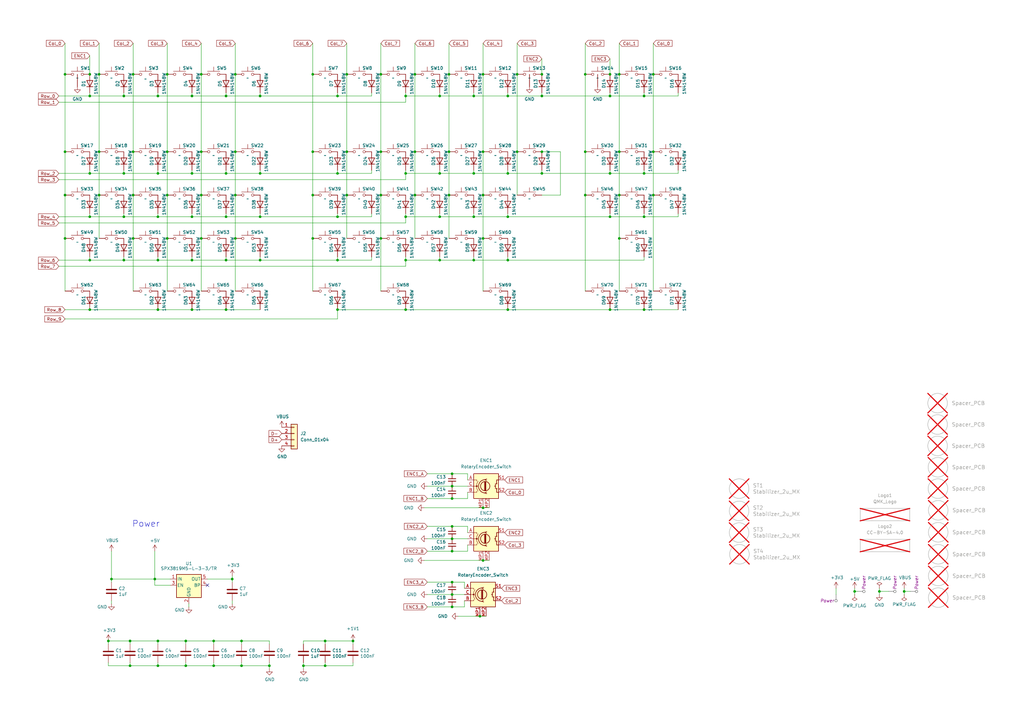
<source format=kicad_sch>
(kicad_sch (version 20230121) (generator eeschema)
  (paper "A3")
  (junction (at 92.71 106.68))
  (junction (at 537.21 170.18))
  (junction (at 374.65 -54.61))
  (junction (at 562.61 127))
  (junction (at 273.05 -54.61))
  (junction (at 254 80.01))
  (junction (at 198.12 208.28))
  (junction (at 431.8 -39.37))
  (junction (at 50.8 88.9))
  (junction (at 264.16 127))
  (junction (at 185.42 248.92))
  (junction (at 185.42 243.84))
  (junction (at 198.12 80.01))
  (junction (at 250.19 30.48))
  (junction (at 562.61 120.65))
  (junction (at 156.21 62.23))
  (junction (at 185.42 215.9))
  (junction (at 40.64 30.48))
  (junction (at 250.19 127))
  (junction (at 250.19 88.9))
  (junction (at 412.75 -39.37))
  (junction (at 185.42 238.76))
  (junction (at 156.21 30.48))
  (junction (at 240.03 62.23))
  (junction (at 166.37 106.68))
  (junction (at 106.68 88.9))
  (junction (at 631.19 101.6))
  (junction (at 78.74 71.12))
  (junction (at 36.83 106.68))
  (junction (at 185.42 220.98))
  (junction (at 92.71 39.37))
  (junction (at 87.63 273.05))
  (junction (at 198.12 97.79))
  (junction (at 128.27 97.79))
  (junction (at 288.29 -39.37))
  (junction (at 106.68 71.12))
  (junction (at 618.49 101.6))
  (junction (at 50.8 106.68))
  (junction (at 156.21 97.79))
  (junction (at 26.67 62.23))
  (junction (at 626.11 101.6))
  (junction (at 273.05 -39.37))
  (junction (at 208.28 88.9))
  (junction (at 180.34 88.9))
  (junction (at 222.25 71.12))
  (junction (at 623.57 193.04))
  (junction (at 92.71 71.12))
  (junction (at 180.34 71.12))
  (junction (at 64.77 273.05))
  (junction (at 551.18 120.65))
  (junction (at 68.58 80.01))
  (junction (at 138.43 39.37))
  (junction (at 558.8 170.18))
  (junction (at 212.09 30.48))
  (junction (at 78.74 127))
  (junction (at 63.5 237.49))
  (junction (at 142.24 80.01))
  (junction (at 267.97 80.01))
  (junction (at 431.8 -54.61))
  (junction (at 303.53 -54.61))
  (junction (at 393.7 -39.37))
  (junction (at 68.58 30.48))
  (junction (at 96.52 30.48))
  (junction (at 337.82 -54.61))
  (junction (at 87.63 262.89))
  (junction (at 50.8 71.12))
  (junction (at 54.61 30.48))
  (junction (at 208.28 71.12))
  (junction (at 40.64 62.23))
  (junction (at 64.77 262.89))
  (junction (at 99.06 273.05))
  (junction (at 36.83 88.9))
  (junction (at 222.25 30.48))
  (junction (at 166.37 127))
  (junction (at 78.74 88.9))
  (junction (at 64.77 106.68))
  (junction (at 128.27 30.48))
  (junction (at 194.31 39.37))
  (junction (at 92.71 127))
  (junction (at 240.03 80.01))
  (junction (at 246.38 -39.37))
  (junction (at 184.15 62.23))
  (junction (at 628.65 101.6))
  (junction (at 551.18 148.59))
  (junction (at 355.6 -39.37))
  (junction (at 124.46 273.05))
  (junction (at 185.42 194.31))
  (junction (at 170.18 30.48))
  (junction (at 222.25 62.23))
  (junction (at 198.12 229.87))
  (junction (at 303.53 -39.37))
  (junction (at 64.77 39.37))
  (junction (at 95.25 237.49))
  (junction (at 374.65 -39.37))
  (junction (at 180.34 106.68))
  (junction (at 184.15 30.48))
  (junction (at 318.77 -54.61))
  (junction (at 208.28 106.68))
  (junction (at 44.45 262.89))
  (junction (at 170.18 62.23))
  (junction (at 142.24 30.48))
  (junction (at 185.42 204.47))
  (junction (at 138.43 127))
  (junction (at 198.12 62.23))
  (junction (at 26.67 30.48))
  (junction (at 82.55 30.48))
  (junction (at 76.2 262.89))
  (junction (at 138.43 88.9))
  (junction (at 194.31 88.9))
  (junction (at 54.61 97.79))
  (junction (at 128.27 80.01))
  (junction (at 254 30.48))
  (junction (at 82.55 80.01))
  (junction (at 82.55 62.23))
  (junction (at 76.2 273.05))
  (junction (at 288.29 -54.61))
  (junction (at 138.43 106.68))
  (junction (at 212.09 62.23))
  (junction (at 184.15 80.01))
  (junction (at 50.8 39.37))
  (junction (at 558.8 160.02))
  (junction (at 36.83 30.48))
  (junction (at 82.55 97.79))
  (junction (at 110.49 273.05))
  (junction (at 26.67 80.01))
  (junction (at 156.21 80.01))
  (junction (at 593.09 109.22))
  (junction (at 267.97 30.48))
  (junction (at 254 97.79))
  (junction (at 54.61 62.23))
  (junction (at 170.18 80.01))
  (junction (at 45.72 237.49))
  (junction (at 370.84 242.57))
  (junction (at 240.03 30.48))
  (junction (at 64.77 127))
  (junction (at 128.27 62.23))
  (junction (at 412.75 -54.61))
  (junction (at 166.37 88.9))
  (junction (at 264.16 71.12))
  (junction (at 53.34 273.05))
  (junction (at 198.12 30.48))
  (junction (at 318.77 -39.37))
  (junction (at 250.19 71.12))
  (junction (at 350.52 242.57))
  (junction (at 78.74 39.37))
  (junction (at 40.64 80.01))
  (junction (at 194.31 106.68))
  (junction (at 68.58 97.79))
  (junction (at 264.16 88.9))
  (junction (at 36.83 39.37))
  (junction (at 53.34 262.89))
  (junction (at 96.52 62.23))
  (junction (at 78.74 106.68))
  (junction (at 360.68 242.57))
  (junction (at 96.52 80.01))
  (junction (at 64.77 71.12))
  (junction (at 166.37 71.12))
  (junction (at 144.78 262.89))
  (junction (at 222.25 39.37))
  (junction (at 142.24 62.23))
  (junction (at 267.97 62.23))
  (junction (at 92.71 88.9))
  (junction (at 250.19 39.37))
  (junction (at 64.77 88.9))
  (junction (at 133.35 262.89))
  (junction (at 166.37 39.37))
  (junction (at 36.83 71.12))
  (junction (at 208.28 39.37))
  (junction (at 194.31 71.12))
  (junction (at 96.52 97.79))
  (junction (at 180.34 39.37))
  (junction (at 54.61 80.01))
  (junction (at 36.83 127))
  (junction (at 185.42 226.06))
  (junction (at 254 62.23))
  (junction (at 133.35 273.05))
  (junction (at 264.16 39.37))
  (junction (at 196.85 252.73))
  (junction (at 99.06 262.89))
  (junction (at 26.67 97.79))
  (junction (at 337.82 -39.37))
  (junction (at 355.6 -54.61))
  (junction (at 185.42 199.39))
  (junction (at 106.68 39.37))
  (junction (at 393.7 -54.61))
  (junction (at 68.58 62.23))
  (junction (at 106.68 106.68))
  (junction (at 138.43 71.12))
  (junction (at 208.28 127))
  (junction (at 246.38 -54.61))
  (no_connect (at 648.97 157.48))
  (no_connect (at 648.97 162.56))
  (no_connect (at 648.97 165.1))
  (no_connect (at 85.09 240.03))
  (no_connect (at 648.97 152.4))
  (no_connect (at 648.97 149.86))
  (no_connect (at 459.74 -46.99))
  (no_connect (at 598.17 175.26))
  (no_connect (at 648.97 167.64))
  (no_connect (at 598.17 177.8))
  (no_connect (at 648.97 147.32))
  (wire (pts (xy 598.17 170.18) (xy 598.17 165.1)))
  (wire (pts (xy 212.09 17.78) (xy 212.09 30.48)))
  (wire (pts (xy 144.78 273.05) (xy 144.78 271.78)))
  (wire (pts (xy 128.27 97.79) (xy 128.27 119.38)))
  (wire (pts (xy 64.77 38.1) (xy 64.77 39.37)))
  (wire (pts (xy 54.61 97.79) (xy 54.61 119.38)))
  (wire (pts (xy 267.97 30.48) (xy 267.97 62.23)))
  (wire (pts (xy 250.19 38.1) (xy 250.19 39.37)))
  (wire (pts (xy 99.06 273.05) (xy 87.63 273.05)))
  (wire (pts (xy 87.63 262.89) (xy 99.06 262.89)))
  (wire (pts (xy 267.97 80.01) (xy 267.97 62.23)))
  (wire (pts (xy 264.16 88.9) (xy 264.16 87.63)))
  (wire (pts (xy 229.87 62.23) (xy 222.25 62.23)))
  (wire (pts (xy 370.84 243.84) (xy 370.84 242.57)))
  (wire (pts (xy 138.43 106.68) (xy 152.4 106.68)))
  (wire (pts (xy 208.28 106.68) (xy 264.16 106.68)))
  (wire (pts (xy 26.67 17.78) (xy 26.67 30.48)))
  (wire (pts (xy 106.68 71.12) (xy 106.68 69.85)))
  (wire (pts (xy 350.52 242.57) (xy 350.52 243.84)))
  (wire (pts (xy 36.83 106.68) (xy 36.83 105.41)))
  (wire (pts (xy 194.31 38.1) (xy 194.31 39.37)))
  (wire (pts (xy 76.2 262.89) (xy 87.63 262.89)))
  (wire (pts (xy 240.03 17.78) (xy 240.03 30.48)))
  (wire (pts (xy 99.06 271.78) (xy 99.06 273.05)))
  (wire (pts (xy 68.58 97.79) (xy 68.58 80.01)))
  (wire (pts (xy 92.71 106.68) (xy 92.71 105.41)))
  (wire (pts (xy 553.72 120.65) (xy 551.18 120.65)))
  (wire (pts (xy 591.82 119.38) (xy 598.17 119.38)))
  (wire (pts (xy 156.21 62.23) (xy 156.21 30.48)))
  (wire (pts (xy 156.21 97.79) (xy 156.21 119.38)))
  (wire (pts (xy 254 17.78) (xy 254 30.48)))
  (wire (pts (xy 370.84 242.57) (xy 373.38 242.57)))
  (wire (pts (xy 180.34 71.12) (xy 180.34 69.85)))
  (wire (pts (xy 63.5 237.49) (xy 69.85 237.49)))
  (wire (pts (xy 92.71 127) (xy 106.68 127)))
  (wire (pts (xy 138.43 38.1) (xy 138.43 39.37)))
  (wire (pts (xy 124.46 262.89) (xy 133.35 262.89)))
  (wire (pts (xy 547.37 170.18) (xy 558.8 170.18)))
  (wire (pts (xy 76.2 271.78) (xy 76.2 273.05)))
  (wire (pts (xy 194.31 88.9) (xy 208.28 88.9)))
  (wire (pts (xy 54.61 62.23) (xy 54.61 30.48)))
  (wire (pts (xy 78.74 106.68) (xy 78.74 105.41)))
  (wire (pts (xy 45.72 226.06) (xy 45.72 237.49)))
  (wire (pts (xy 254 -46.99) (xy 265.43 -46.99)))
  (wire (pts (xy 40.64 97.79) (xy 40.64 80.01)))
  (wire (pts (xy 82.55 97.79) (xy 82.55 119.38)))
  (wire (pts (xy 254 97.79) (xy 254 119.38)))
  (wire (pts (xy 586.74 142.24) (xy 598.17 142.24)))
  (wire (pts (xy 124.46 264.16) (xy 124.46 262.89)))
  (wire (pts (xy 95.25 246.38) (xy 95.25 247.65)))
  (wire (pts (xy 185.42 215.9) (xy 191.77 215.9)))
  (wire (pts (xy 562.61 118.11) (xy 562.61 120.65)))
  (wire (pts (xy 142.24 80.01) (xy 142.24 62.23)))
  (wire (pts (xy 68.58 17.78) (xy 68.58 30.48)))
  (wire (pts (xy 92.71 106.68) (xy 106.68 106.68)))
  (wire (pts (xy 185.42 220.98) (xy 191.77 220.98)))
  (wire (pts (xy 87.63 264.16) (xy 87.63 262.89)))
  (wire (pts (xy 180.34 71.12) (xy 194.31 71.12)))
  (wire (pts (xy 106.68 38.1) (xy 106.68 39.37)))
  (wire (pts (xy 631.19 101.6) (xy 628.65 101.6)))
  (wire (pts (xy 558.8 170.18) (xy 571.5 170.18)))
  (wire (pts (xy 190.5 248.92) (xy 190.5 246.38)))
  (wire (pts (xy 64.77 88.9) (xy 78.74 88.9)))
  (wire (pts (xy 537.21 130.81) (xy 537.21 120.65)))
  (wire (pts (xy 561.34 134.62) (xy 598.17 134.62)))
  (wire (pts (xy 185.42 226.06) (xy 191.77 226.06)))
  (wire (pts (xy 64.77 88.9) (xy 64.77 87.63)))
  (wire (pts (xy 318.77 -39.37) (xy 337.82 -39.37)))
  (wire (pts (xy 191.77 194.31) (xy 191.77 196.85)))
  (wire (pts (xy 547.37 160.02) (xy 558.8 160.02)))
  (wire (pts (xy 36.83 71.12) (xy 50.8 71.12)))
  (wire (pts (xy 382.27 -46.99) (xy 386.08 -46.99)))
  (wire (pts (xy 537.21 160.02) (xy 537.21 170.18)))
  (wire (pts (xy 393.7 -54.61) (xy 412.75 -54.61)))
  (wire (pts (xy 250.19 88.9) (xy 250.19 87.63)))
  (wire (pts (xy 138.43 39.37) (xy 152.4 39.37)))
  (wire (pts (xy 50.8 106.68) (xy 64.77 106.68)))
  (wire (pts (xy 264.16 39.37) (xy 278.13 39.37)))
  (wire (pts (xy 185.42 199.39) (xy 191.77 199.39)))
  (wire (pts (xy 152.4 38.1) (xy 152.4 39.37)))
  (wire (pts (xy 63.5 240.03) (xy 63.5 237.49)))
  (wire (pts (xy 175.26 220.98) (xy 185.42 220.98)))
  (wire (pts (xy 53.34 262.89) (xy 64.77 262.89)))
  (wire (pts (xy 337.82 -54.61) (xy 355.6 -54.61)))
  (wire (pts (xy 128.27 80.01) (xy 128.27 97.79)))
  (wire (pts (xy 198.12 80.01) (xy 198.12 97.79)))
  (wire (pts (xy 64.77 264.16) (xy 64.77 262.89)))
  (wire (pts (xy 36.83 88.9) (xy 36.83 87.63)))
  (wire (pts (xy 558.8 168.91) (xy 558.8 170.18)))
  (wire (pts (xy 133.35 262.89) (xy 144.78 262.89)))
  (wire (pts (xy 106.68 39.37) (xy 138.43 39.37)))
  (wire (pts (xy 537.21 148.59) (xy 537.21 138.43)))
  (wire (pts (xy 180.34 88.9) (xy 180.34 87.63)))
  (wire (pts (xy 598.17 193.04) (xy 598.17 185.42)))
  (wire (pts (xy 539.75 170.18) (xy 537.21 170.18)))
  (wire (pts (xy 53.34 264.16) (xy 53.34 262.89)))
  (wire (pts (xy 191.77 204.47) (xy 191.77 201.93)))
  (wire (pts (xy 180.34 106.68) (xy 180.34 105.41)))
  (wire (pts (xy 64.77 106.68) (xy 78.74 106.68)))
  (wire (pts (xy 208.28 127) (xy 250.19 127)))
  (wire (pts (xy 78.74 71.12) (xy 78.74 69.85)))
  (wire (pts (xy 50.8 38.1) (xy 50.8 39.37)))
  (wire (pts (xy 170.18 62.23) (xy 170.18 30.48)))
  (wire (pts (xy 212.09 30.48) (xy 212.09 62.23)))
  (wire (pts (xy 264.16 71.12) (xy 264.16 69.85)))
  (wire (pts (xy 350.52 242.57) (xy 351.79 242.57)))
  (wire (pts (xy 222.25 71.12) (xy 222.25 69.85)))
  (wire (pts (xy 96.52 97.79) (xy 96.52 119.38)))
  (wire (pts (xy 40.64 30.48) (xy 40.64 62.23)))
  (wire (pts (xy 184.15 97.79) (xy 184.15 80.01)))
  (wire (pts (xy 95.25 236.22) (xy 95.25 237.49)))
  (wire (pts (xy 156.21 97.79) (xy 156.21 80.01)))
  (wire (pts (xy 628.65 101.6) (xy 626.11 101.6)))
  (wire (pts (xy 64.77 71.12) (xy 78.74 71.12)))
  (wire (pts (xy 552.45 165.1) (xy 552.45 172.72)))
  (wire (pts (xy 24.13 73.66) (xy 166.37 73.66)))
  (wire (pts (xy 92.71 88.9) (xy 106.68 88.9)))
  (wire (pts (xy 64.77 273.05) (xy 53.34 273.05)))
  (wire (pts (xy 577.85 109.22) (xy 574.04 109.22)))
  (wire (pts (xy 187.96 252.73) (xy 196.85 252.73)))
  (wire (pts (xy 78.74 71.12) (xy 92.71 71.12)))
  (wire (pts (xy 40.64 17.78) (xy 40.64 30.48)))
  (wire (pts (xy 254 80.01) (xy 254 97.79)))
  (wire (pts (xy 24.13 109.22) (xy 166.37 109.22)))
  (wire (pts (xy 64.77 271.78) (xy 64.77 273.05)))
  (wire (pts (xy 241.3 -39.37) (xy 246.38 -39.37)))
  (wire (pts (xy 166.37 87.63) (xy 166.37 88.9)))
  (wire (pts (xy 633.73 101.6) (xy 631.19 101.6)))
  (wire (pts (xy 212.09 62.23) (xy 212.09 80.01)))
  (wire (pts (xy 240.03 80.01) (xy 240.03 119.38)))
  (wire (pts (xy 623.57 193.04) (xy 598.17 193.04)))
  (wire (pts (xy 586.74 129.54) (xy 586.74 142.24)))
  (wire (pts (xy 99.06 262.89) (xy 110.49 262.89)))
  (wire (pts (xy 194.31 39.37) (xy 208.28 39.37)))
  (wire (pts (xy 24.13 91.44) (xy 166.37 91.44)))
  (wire (pts (xy 138.43 88.9) (xy 138.43 87.63)))
  (wire (pts (xy 142.24 62.23) (xy 142.24 30.48)))
  (wire (pts (xy 133.35 271.78) (xy 133.35 273.05)))
  (wire (pts (xy 561.34 137.16) (xy 598.17 137.16)))
  (wire (pts (xy 166.37 88.9) (xy 180.34 88.9)))
  (wire (pts (xy 106.68 88.9) (xy 106.68 87.63)))
  (wire (pts (xy 128.27 62.23) (xy 128.27 30.48)))
  (wire (pts (xy 106.68 71.12) (xy 138.43 71.12)))
  (wire (pts (xy 180.34 38.1) (xy 180.34 39.37)))
  (wire (pts (xy 92.71 71.12) (xy 92.71 69.85)))
  (wire (pts (xy 54.61 97.79) (xy 54.61 80.01)))
  (wire (pts (xy 170.18 97.79) (xy 170.18 80.01)))
  (wire (pts (xy 26.67 130.81) (xy 138.43 130.81)))
  (wire (pts (xy 562.61 127) (xy 561.34 127)))
  (wire (pts (xy 26.67 80.01) (xy 26.67 97.79)))
  (wire (pts (xy 355.6 -39.37) (xy 374.65 -39.37)))
  (wire (pts (xy 551.18 147.32) (xy 551.18 148.59)))
  (wire (pts (xy 50.8 88.9) (xy 64.77 88.9)))
  (wire (pts (xy 563.88 165.1) (xy 565.15 165.1)))
  (wire (pts (xy 166.37 71.12) (xy 166.37 69.85)))
  (wire (pts (xy 85.09 237.49) (xy 95.25 237.49)))
  (wire (pts (xy 562.61 127) (xy 598.17 127)))
  (wire (pts (xy 374.65 -39.37) (xy 393.7 -39.37)))
  (wire (pts (xy 133.35 273.05) (xy 144.78 273.05)))
  (wire (pts (xy 374.65 -54.61) (xy 393.7 -54.61)))
  (wire (pts (xy 393.7 -39.37) (xy 412.75 -39.37)))
  (wire (pts (xy 194.31 88.9) (xy 194.31 87.63)))
  (wire (pts (xy 175.26 226.06) (xy 185.42 226.06)))
  (wire (pts (xy 185.42 194.31) (xy 191.77 194.31)))
  (wire (pts (xy 138.43 88.9) (xy 152.4 88.9)))
  (wire (pts (xy 92.71 38.1) (xy 92.71 39.37)))
  (wire (pts (xy 184.15 62.23) (xy 184.15 30.48)))
  (wire (pts (xy 424.18 -46.99) (xy 420.37 -46.99)))
  (wire (pts (xy 106.68 106.68) (xy 138.43 106.68)))
  (wire (pts (xy 547.37 110.49) (xy 562.61 110.49)))
  (wire (pts (xy 44.45 271.78) (xy 44.45 273.05)))
  (wire (pts (xy 618.49 99.06) (xy 618.49 101.6)))
  (wire (pts (xy 191.77 226.06) (xy 191.77 223.52)))
  (wire (pts (xy 138.43 71.12) (xy 152.4 71.12)))
  (wire (pts (xy 250.19 71.12) (xy 250.19 69.85)))
  (wire (pts (xy 82.55 80.01) (xy 82.55 62.23)))
  (wire (pts (xy 152.4 88.9) (xy 152.4 87.63)))
  (wire (pts (xy 106.68 106.68) (xy 106.68 105.41)))
  (wire (pts (xy 561.34 139.7) (xy 598.17 139.7)))
  (wire (pts (xy 166.37 71.12) (xy 180.34 71.12)))
  (wire (pts (xy 36.83 71.12) (xy 36.83 69.85)))
  (wire (pts (xy 254 30.48) (xy 254 62.23)))
  (wire (pts (xy 191.77 215.9) (xy 191.77 218.44)))
  (wire (pts (xy 558.8 161.29) (xy 558.8 160.02)))
  (wire (pts (xy 303.53 -39.37) (xy 318.77 -39.37)))
  (wire (pts (xy 198.12 80.01) (xy 198.12 62.23)))
  (wire (pts (xy 138.43 127) (xy 166.37 127)))
  (wire (pts (xy 618.49 101.6) (xy 621.03 101.6)))
  (wire (pts (xy 76.2 273.05) (xy 64.77 273.05)))
  (wire (pts (xy 355.6 -54.61) (xy 374.65 -54.61)))
  (wire (pts (xy 124.46 273.05) (xy 124.46 274.32)))
  (wire (pts (xy 36.83 88.9) (xy 50.8 88.9)))
  (wire (pts (xy 124.46 271.78) (xy 124.46 273.05)))
  (wire (pts (xy 99.06 264.16) (xy 99.06 262.89)))
  (wire (pts (xy 431.8 -54.61) (xy 452.12 -54.61)))
  (wire (pts (xy 222.25 24.13) (xy 222.25 30.48)))
  (wire (pts (xy 152.4 106.68) (xy 152.4 105.41)))
  (wire (pts (xy 537.21 170.18) (xy 537.21 172.72)))
  (wire (pts (xy 208.28 106.68) (xy 208.28 105.41)))
  (wire (pts (xy 124.46 273.05) (xy 133.35 273.05)))
  (wire (pts (xy 250.19 71.12) (xy 264.16 71.12)))
  (wire (pts (xy 64.77 262.89) (xy 76.2 262.89)))
  (wire (pts (xy 273.05 -54.61) (xy 288.29 -54.61)))
  (wire (pts (xy 264.16 88.9) (xy 278.13 88.9)))
  (wire (pts (xy 50.8 71.12) (xy 50.8 69.85)))
  (wire (pts (xy 267.97 17.78) (xy 267.97 30.48)))
  (wire (pts (xy 593.09 109.22) (xy 598.17 109.22)))
  (wire (pts (xy 44.45 262.89) (xy 44.45 264.16)))
  (wire (pts (xy 36.83 22.86) (xy 36.83 30.48)))
  (wire (pts (xy 24.13 39.37) (xy 36.83 39.37)))
  (wire (pts (xy 63.5 226.06) (xy 63.5 237.49)))
  (wire (pts (xy 144.78 262.89) (xy 144.78 264.16)))
  (wire (pts (xy 110.49 264.16) (xy 110.49 262.89)))
  (wire (pts (xy 24.13 88.9) (xy 36.83 88.9)))
  (wire (pts (xy 360.68 242.57) (xy 360.68 243.84)))
  (wire (pts (xy 222.25 71.12) (xy 250.19 71.12)))
  (wire (pts (xy 45.72 237.49) (xy 63.5 237.49)))
  (wire (pts (xy 78.74 88.9) (xy 92.71 88.9)))
  (wire (pts (xy 350.52 241.3) (xy 350.52 242.57)))
  (wire (pts (xy 77.47 247.65) (xy 77.47 248.92)))
  (wire (pts (xy 267.97 80.01) (xy 267.97 119.38)))
  (wire (pts (xy 106.68 88.9) (xy 138.43 88.9)))
  (wire (pts (xy 246.38 -39.37) (xy 273.05 -39.37)))
  (wire (pts (xy 170.18 80.01) (xy 170.18 62.23)))
  (wire (pts (xy 24.13 106.68) (xy 36.83 106.68)))
  (wire (pts (xy 180.34 39.37) (xy 194.31 39.37)))
  (wire (pts (xy 326.39 -46.99) (xy 330.2 -46.99)))
  (wire (pts (xy 539.75 160.02) (xy 537.21 160.02)))
  (wire (pts (xy 184.15 17.78) (xy 184.15 30.48)))
  (wire (pts (xy 166.37 106.68) (xy 180.34 106.68)))
  (wire (pts (xy 76.2 264.16) (xy 76.2 262.89)))
  (wire (pts (xy 68.58 97.79) (xy 68.58 119.38)))
  (wire (pts (xy 44.45 273.05) (xy 53.34 273.05)))
  (wire (pts (xy 175.26 204.47) (xy 185.42 204.47)))
  (wire (pts (xy 250.19 24.13) (xy 250.19 30.48)))
  (wire (pts (xy 194.31 106.68) (xy 208.28 106.68)))
  (wire (pts (xy 250.19 39.37) (xy 264.16 39.37)))
  (wire (pts (xy 45.72 238.76) (xy 45.72 237.49)))
  (wire (pts (xy 318.77 -54.61) (xy 337.82 -54.61)))
  (wire (pts (xy 82.55 62.23) (xy 82.55 30.48)))
  (wire (pts (xy 288.29 -54.61) (xy 303.53 -54.61)))
  (wire (pts (xy 222.25 39.37) (xy 250.19 39.37)))
  (wire (pts (xy 264.16 127) (xy 278.13 127)))
  (wire (pts (xy 87.63 271.78) (xy 87.63 273.05)))
  (wire (pts (xy 185.42 248.92) (xy 190.5 248.92)))
  (wire (pts (xy 156.21 17.78) (xy 156.21 30.48)))
  (wire (pts (xy 96.52 62.23) (xy 96.52 30.48)))
  (wire (pts (xy 36.83 127) (xy 64.77 127)))
  (wire (pts (xy 142.24 17.78) (xy 142.24 30.48)))
  (wire (pts (xy 229.87 80.01) (xy 229.87 62.23)))
  (wire (pts (xy 405.13 -46.99) (xy 401.32 -46.99)))
  (wire (pts (xy 194.31 71.12) (xy 194.31 69.85)))
  (wire (pts (xy 584.2 119.38) (xy 586.74 119.38)))
  (wire (pts (xy 240.03 30.48) (xy 240.03 62.23)))
  (wire (pts (xy 24.13 71.12) (xy 36.83 71.12)))
  (wire (pts (xy 87.63 273.05) (xy 76.2 273.05)))
  (wire (pts (xy 222.25 38.1) (xy 222.25 39.37)))
  (wire (pts (xy 24.13 41.91) (xy 166.37 41.91)))
  (wire (pts (xy 99.06 273.05) (xy 110.49 273.05)))
  (wire (pts (xy 138.43 105.41) (xy 138.43 106.68)))
  (wire (pts (xy 591.82 116.84) (xy 598.17 116.84)))
  (wire (pts (xy 565.15 165.1) (xy 565.15 172.72)))
  (wire (pts (xy 180.34 88.9) (xy 194.31 88.9)))
  (wire (pts (xy 626.11 99.06) (xy 626.11 101.6)))
  (wire (pts (xy 166.37 38.1) (xy 166.37 39.37)))
  (wire (pts (xy 78.74 39.37) (xy 92.71 39.37)))
  (wire (pts (xy 370.84 242.57) (xy 370.84 241.3)))
  (wire (pts (xy 96.52 80.01) (xy 96.52 97.79)))
  (wire (pts (xy 128.27 80.01) (xy 128.27 62.23)))
  (wire (pts (xy 92.71 88.9) (xy 92.71 87.63)))
  (wire (pts (xy 180.34 106.68) (xy 194.31 106.68)))
  (wire (pts (xy 166.37 39.37) (xy 180.34 39.37)))
  (wire (pts (xy 138.43 130.81) (xy 138.43 127)))
  (wire (pts (xy 190.5 238.76) (xy 190.5 241.3)))
  (wire (pts (xy 363.22 -46.99) (xy 367.03 -46.99)))
  (wire (pts (xy 185.42 243.84) (xy 190.5 243.84)))
  (wire (pts (xy 184.15 80.01) (xy 184.15 62.23)))
  (wire (pts (xy 64.77 39.37) (xy 78.74 39.37)))
  (wire (pts (xy 26.67 97.79) (xy 26.67 119.38)))
  (wire (pts (xy 45.72 246.38) (xy 45.72 247.65)))
  (wire (pts (xy 156.21 80.01) (xy 156.21 62.23)))
  (wire (pts (xy 50.8 88.9) (xy 50.8 87.63)))
  (wire (pts (xy 50.8 71.12) (xy 64.77 71.12)))
  (wire (pts (xy 288.29 -39.37) (xy 303.53 -39.37)))
  (wire (pts (xy 278.13 88.9) (xy 278.13 87.63)))
  (wire (pts (xy 558.8 160.02) (xy 598.17 160.02)))
  (wire (pts (xy 26.67 62.23) (xy 26.67 80.01)))
  (wire (pts (xy 92.71 39.37) (xy 106.68 39.37)))
  (wire (pts (xy 598.17 160.02) (xy 598.17 154.94)))
  (wire (pts (xy 551.18 118.11) (xy 551.18 120.65)))
  (wire (pts (xy 551.18 120.65) (xy 551.18 121.92)))
  (wire (pts (xy 142.24 97.79) (xy 142.24 80.01)))
  (wire (pts (xy 96.52 17.78) (xy 96.52 30.48)))
  (wire (pts (xy 561.34 132.08) (xy 598.17 132.08)))
  (wire (pts (xy 36.83 106.68) (xy 50.8 106.68)))
  (wire (pts (xy 53.34 271.78) (xy 53.34 273.05)))
  (wire (pts (xy 173.99 229.87) (xy 198.12 229.87)))
  (wire (pts (xy 92.71 71.12) (xy 106.68 71.12)))
  (wire (pts (xy 208.28 71.12) (xy 222.25 71.12)))
  (wire (pts (xy 345.44 -46.99) (xy 347.98 -46.99)))
  (wire (pts (xy 26.67 127) (xy 36.83 127)))
  (wire (pts (xy 208.28 39.37) (xy 222.25 39.37)))
  (wire (pts (xy 278.13 71.12) (xy 278.13 69.85)))
  (wire (pts (xy 185.42 238.76) (xy 190.5 238.76)))
  (wire (pts (xy 264.16 106.68) (xy 264.16 105.41)))
  (wire (pts (xy 82.55 80.01) (xy 82.55 97.79)))
  (wire (pts (xy 412.75 -54.61) (xy 431.8 -54.61)))
  (wire (pts (xy 50.8 39.37) (xy 36.83 39.37)))
  (wire (pts (xy 250.19 88.9) (xy 264.16 88.9)))
  (wire (pts (xy 337.82 -39.37) (xy 355.6 -39.37)))
  (wire (pts (xy 360.68 241.3) (xy 360.68 242.57)))
  (wire (pts (xy 208.28 88.9) (xy 208.28 87.63)))
  (wire (pts (xy 246.38 -54.61) (xy 273.05 -54.61)))
  (wire (pts (xy 128.27 17.78) (xy 128.27 30.48)))
  (wire (pts (xy 208.28 71.12) (xy 208.28 69.85)))
  (wire (pts (xy 250.19 127) (xy 264.16 127)))
  (wire (pts (xy 198.12 229.87) (xy 200.66 229.87)))
  (wire (pts (xy 69.85 240.03) (xy 63.5 240.03)))
  (wire (pts (xy 562.61 120.65) (xy 561.34 120.65)))
  (wire (pts (xy 194.31 71.12) (xy 208.28 71.12)))
  (wire (pts (xy 439.42 -46.99) (xy 444.5 -46.99)))
  (wire (pts (xy 561.34 129.54) (xy 586.74 129.54)))
  (wire (pts (xy 175.26 194.31) (xy 185.42 194.31)))
  (wire (pts (xy 264.16 71.12) (xy 278.13 71.12)))
  (wire (pts (xy 152.4 71.12) (xy 152.4 69.85)))
  (wire (pts (xy 562.61 120.65) (xy 562.61 127)))
  (wire (pts (xy 54.61 17.78) (xy 54.61 30.48)))
  (wire (pts (xy 36.83 38.1) (xy 36.83 39.37)))
  (wire (pts (xy 198.12 30.48) (xy 198.12 62.23)))
  (wire (pts (xy 303.53 -54.61) (xy 318.77 -54.61)))
  (wire (pts (xy 194.31 106.68) (xy 194.31 105.41)))
  (wire (pts (xy 166.37 127) (xy 208.28 127)))
  (wire (pts (xy 54.61 80.01) (xy 54.61 62.23)))
  (wire (pts (xy 254 80.01) (xy 254 62.23)))
  (wire (pts (xy 166.37 71.12) (xy 166.37 73.66)))
  (wire (pts (xy 208.28 88.9) (xy 250.19 88.9)))
  (wire (pts (xy 588.01 109.22) (xy 593.09 109.22)))
  (wire (pts (xy 196.85 252.73) (xy 199.39 252.73)))
  (wire (pts (xy 68.58 80.01) (xy 68.58 62.23)))
  (wire (pts (xy 198.12 17.78) (xy 198.12 30.48)))
  (wire (pts (xy 96.52 80.01) (xy 96.52 62.23)))
  (wire (pts (xy 264.16 38.1) (xy 264.16 39.37)))
  (wire (pts (xy 173.99 208.28) (xy 198.12 208.28)))
  (wire (pts (xy 198.12 208.28) (xy 200.66 208.28)))
  (wire (pts (xy 40.64 80.01) (xy 40.64 62.23)))
  (wire (pts (xy 166.37 39.37) (xy 166.37 41.91)))
  (wire (pts (xy 537.21 120.65) (xy 551.18 120.65)))
  (wire (pts (xy 175.26 243.84) (xy 185.42 243.84)))
  (wire (pts (xy 133.35 264.16) (xy 133.35 262.89)))
  (wire (pts (xy 110.49 273.05) (xy 110.49 274.32)))
  (wire (pts (xy 64.77 71.12) (xy 64.77 69.85)))
  (wire (pts (xy 537.21 148.59) (xy 551.18 148.59)))
  (wire (pts (xy 185.42 204.47) (xy 191.77 204.47)))
  (wire (pts (xy 110.49 271.78) (xy 110.49 273.05)))
  (wire (pts (xy 78.74 127) (xy 92.71 127)))
  (wire (pts (xy 175.26 248.92) (xy 185.42 248.92)))
  (wire (pts (xy 175.26 199.39) (xy 185.42 199.39)))
  (wire (pts (xy 412.75 -39.37) (xy 431.8 -39.37)))
  (wire (pts (xy 78.74 88.9) (xy 78.74 87.63)))
  (wire (pts (xy 175.26 238.76) (xy 185.42 238.76)))
  (wire (pts (xy 166.37 106.68) (xy 166.37 105.41)))
  (wire (pts (xy 431.8 -39.37) (xy 452.12 -39.37)))
  (wire (pts (xy 175.26 215.9) (xy 185.42 215.9)))
  (wire (pts (xy 78.74 38.1) (xy 78.74 39.37)))
  (wire (pts (xy 584.2 116.84) (xy 586.74 116.84)))
  (wire (pts (xy 26.67 30.48) (xy 26.67 62.23)))
  (wire (pts (xy 278.13 39.37) (xy 278.13 38.1)))
  (wire (pts (xy 82.55 17.78) (xy 82.55 30.48)))
  (wire (pts (xy 68.58 62.23) (xy 68.58 30.48)))
  (wire (pts (xy 553.72 165.1) (xy 552.45 165.1)))
  (wire (pts (xy 579.12 170.18) (xy 598.17 170.18)))
  (wire (pts (xy 170.18 17.78) (xy 170.18 30.48)))
  (wire (pts (xy 240.03 80.01) (xy 240.03 62.23)))
  (wire (pts (xy 138.43 71.12) (xy 138.43 69.85)))
  (wire (pts (xy 64.77 127) (xy 78.74 127)))
  (wire (pts (xy 360.68 242.57) (xy 364.49 242.57)))
  (wire (pts (xy 95.25 237.49) (xy 95.25 238.76)))
  (wire (pts (xy 50.8 106.68) (xy 50.8 105.41)))
  (wire (pts (xy 64.77 39.37) (xy 50.8 39.37)))
  (wire (pts (xy 78.74 106.68) (xy 92.71 106.68)))
  (wire (pts (xy 342.9 241.3) (xy 342.9 243.84)))
  (wire (pts (xy 166.37 88.9) (xy 166.37 91.44)))
  (wire (pts (xy 44.45 262.89) (xy 53.34 262.89)))
  (wire (pts (xy 198.12 97.79) (xy 198.12 119.38)))
  (wire (pts (xy 166.37 106.68) (xy 166.37 109.22)))
  (wire (pts (xy 208.28 38.1) (xy 208.28 39.37)))
  (wire (pts (xy 273.05 -39.37) (xy 288.29 -39.37)))
  (wire (pts (xy 241.3 -54.61) (xy 246.38 -54.61)))
  (wire (pts (xy 64.77 106.68) (xy 64.77 105.41)))
  (wire (pts (xy 222.25 80.01) (xy 229.87 80.01)))
  (text "Power" (at 54.1574 216.4578 0) (effects (font (size 2.54 2.54)) (justify left bottom)))
  (label "DN" (at 593.09 119.38 0))
  (label "DP" (at 593.09 116.84 0))
  (global_label "Row_9" (shape input) (at 26.67 130.81 180) (property "Intersheetrefs" "${INTERSHEET_REFS}" (effects hide)))
  (global_label "D+" (shape input) (at 115.57 180.34 180) (property "Intersheetrefs" "${INTERSHEET_REFS}" (effects hide)))
  (global_label "Col_6" (shape input) (at 170.18 17.78 0) (property "Intersheetrefs" "${INTERSHEET_REFS}" (effects hide)))
  (global_label "D+" (shape input) (at 584.2 116.84 180) (property "Intersheetrefs" "${INTERSHEET_REFS}" (effects hide)))
  (global_label "ENC1" (shape input) (at 36.83 22.86 180) (property "Intersheetrefs" "${INTERSHEET_REFS}" (effects hide)))
  (global_label "Col_4" (shape input) (at 198.12 17.78 0) (property "Intersheetrefs" "${INTERSHEET_REFS}" (effects hide)))
  (global_label "Col_3" (shape input) (at 68.58 17.78 180) (property "Intersheetrefs" "${INTERSHEET_REFS}" (effects hide)))
  (global_label "ENC3_B" (shape input) (at 648.97 116.84 0) (property "Intersheetrefs" "${INTERSHEET_REFS}" (effects hide)))
  (global_label "Col_0" (shape input) (at 267.97 17.78 0) (property "Intersheetrefs" "${INTERSHEET_REFS}" (effects hide)))
  (global_label "ENC1" (shape input) (at 207.01 196.85 0) (property "Intersheetrefs" "${INTERSHEET_REFS}" (effects hide)))
  (global_label "Row_4" (shape input) (at 24.13 88.9 180) (property "Intersheetrefs" "${INTERSHEET_REFS}" (effects hide)))
  (global_label "ENC3_A" (shape input) (at 648.97 114.3 0) (property "Intersheetrefs" "${INTERSHEET_REFS}" (effects hide)))
  (global_label "Col_3" (shape input) (at 212.09 17.78 0) (property "Intersheetrefs" "${INTERSHEET_REFS}" (effects hide)))
  (global_label "Col_0" (shape input) (at 26.67 17.78 180) (property "Intersheetrefs" "${INTERSHEET_REFS}" (effects hide)))
  (global_label "Row_0" (shape input) (at 648.97 182.88 0) (property "Intersheetrefs" "${INTERSHEET_REFS}" (effects hide)))
  (global_label "Col_1" (shape input) (at 40.64 17.78 180) (property "Intersheetrefs" "${INTERSHEET_REFS}" (effects hide)))
  (global_label "Row_1" (shape input) (at 648.97 185.42 0) (property "Intersheetrefs" "${INTERSHEET_REFS}" (effects hide)))
  (global_label "ENC2_A" (shape input) (at 648.97 109.22 0) (property "Intersheetrefs" "${INTERSHEET_REFS}" (effects hide)))
  (global_label "Row_5" (shape input) (at 648.97 132.08 0) (property "Intersheetrefs" "${INTERSHEET_REFS}" (effects hide)))
  (global_label "ENC3" (shape input) (at 250.19 24.13 180) (property "Intersheetrefs" "${INTERSHEET_REFS}" (effects hide)))
  (global_label "Row_4" (shape input) (at 648.97 129.54 0) (property "Intersheetrefs" "${INTERSHEET_REFS}" (effects hide)))
  (global_label "Col_3" (shape input) (at 207.01 223.52 0) (property "Intersheetrefs" "${INTERSHEET_REFS}" (effects hide)))
  (global_label "ENC2_B" (shape input) (at 648.97 111.76 0) (property "Intersheetrefs" "${INTERSHEET_REFS}" (effects hide)))
  (global_label "Row_6" (shape input) (at 648.97 154.94 0) (property "Intersheetrefs" "${INTERSHEET_REFS}" (effects hide)))
  (global_label "Row_5" (shape input) (at 24.13 91.44 180) (property "Intersheetrefs" "${INTERSHEET_REFS}" (effects hide)))
  (global_label "Row_9" (shape input) (at 648.97 144.78 0) (property "Intersheetrefs" "${INTERSHEET_REFS}" (effects hide)))
  (global_label "Col_2" (shape input) (at 205.74 246.38 0) (property "Intersheetrefs" "${INTERSHEET_REFS}" (effects hide)))
  (global_label "Col_2" (shape input) (at 240.03 17.78 0) (property "Intersheetrefs" "${INTERSHEET_REFS}" (effects hide)))
  (global_label "Row_2" (shape input) (at 648.97 180.34 0) (property "Intersheetrefs" "${INTERSHEET_REFS}" (effects hide)))
  (global_label "RGB" (shape input) (at 238.76 -46.99 180) (property "Intersheetrefs" "${INTERSHEET_REFS}" (effects hide)))
  (global_label "D-" (shape input) (at 115.57 177.8 180) (property "Intersheetrefs" "${INTERSHEET_REFS}" (effects hide)))
  (global_label "Col_3" (shape input) (at 648.97 119.38 0) (property "Intersheetrefs" "${INTERSHEET_REFS}" (effects hide)))
  (global_label "Row_1" (shape input) (at 24.13 41.91 180) (property "Intersheetrefs" "${INTERSHEET_REFS}" (effects hide)))
  (global_label "Row_8" (shape input) (at 648.97 170.18 0) (property "Intersheetrefs" "${INTERSHEET_REFS}" (effects hide)))
  (global_label "Col_7" (shape input) (at 156.21 17.78 0) (property "Intersheetrefs" "${INTERSHEET_REFS}" (effects hide)))
  (global_label "Row_8" (shape input) (at 26.67 127 180) (property "Intersheetrefs" "${INTERSHEET_REFS}" (effects hide)))
  (global_label "ENC1_A" (shape input) (at 175.26 194.31 180) (property "Intersheetrefs" "${INTERSHEET_REFS}" (effects hide)))
  (global_label "Col_2" (shape input) (at 648.97 139.7 0) (property "Intersheetrefs" "${INTERSHEET_REFS}" (effects hide)))
  (global_label "Col_2" (shape input) (at 54.61 17.78 180) (property "Intersheetrefs" "${INTERSHEET_REFS}" (effects hide)))
  (global_label "Col_7" (shape input) (at 142.24 17.78 180) (property "Intersheetrefs" "${INTERSHEET_REFS}" (effects hide)))
  (global_label "Col_0" (shape input) (at 207.01 201.93 0) (property "Intersheetrefs" "${INTERSHEET_REFS}" (effects hide)))
  (global_label "Col_4" (shape input) (at 648.97 127 0) (property "Intersheetrefs" "${INTERSHEET_REFS}" (effects hide)))
  (global_label "Row_3" (shape input) (at 24.13 73.66 180) (property "Intersheetrefs" "${INTERSHEET_REFS}" (effects hide)))
  (global_label "Row_7" (shape input) (at 648.97 142.24 0) (property "Intersheetrefs" "${INTERSHEET_REFS}" (effects hide)))
  (global_label "ENC1_B" (shape input) (at 175.26 204.47 180) (property "Intersheetrefs" "${INTERSHEET_REFS}" (effects hide)))
  (global_label "Col_1" (shape input) (at 254 17.78 0) (property "Intersheetrefs" "${INTERSHEET_REFS}" (effects hide)))
  (global_label "Row_2" (shape input) (at 24.13 71.12 180) (property "Intersheetrefs" "${INTERSHEET_REFS}" (effects hide)))
  (global_label "D-" (shape input) (at 584.2 119.38 180) (property "Intersheetrefs" "${INTERSHEET_REFS}" (effects hide)))
  (global_label "ENC2" (shape input) (at 207.01 218.44 0) (property "Intersheetrefs" "${INTERSHEET_REFS}" (effects hide)))
  (global_label "Row_6" (shape input) (at 24.13 106.68 180) (property "Intersheetrefs" "${INTERSHEET_REFS}" (effects hide)))
  (global_label "Col_5" (shape input) (at 184.15 17.78 0) (property "Intersheetrefs" "${INTERSHEET_REFS}" (effects hide)))
  (global_label "ENC2_A" (shape input) (at 175.26 215.9 180) (property "Intersheetrefs" "${INTERSHEET_REFS}" (effects hide)))
  (global_label "Col_6" (shape input) (at 128.27 17.78 180) (property "Intersheetrefs" "${INTERSHEET_REFS}" (effects hide)))
  (global_label "Col_5" (shape input) (at 648.97 124.46 0) (property "Intersheetrefs" "${INTERSHEET_REFS}" (effects hide)))
  (global_label "ENC3_A" (shape input) (at 175.26 238.76 180) (property "Intersheetrefs" "${INTERSHEET_REFS}" (effects hide)))
  (global_label "Row_0" (shape input) (at 24.13 39.37 180) (property "Intersheetrefs" "${INTERSHEET_REFS}" (effects hide)))
  (global_label "ENC1_B" (shape input) (at 648.97 172.72 0) (property "Intersheetrefs" "${INTERSHEET_REFS}" (effects hide)))
  (global_label "Row_3" (shape input) (at 648.97 121.92 0) (property "Intersheetrefs" "${INTERSHEET_REFS}" (effects hide)))
  (global_label "ENC2" (shape input) (at 222.25 24.13 180) (property "Intersheetrefs" "${INTERSHEET_REFS}" (effects hide)))
  (global_label "RGB" (shape input) (at 648.97 160.02 0) (property "Intersheetrefs" "${INTERSHEET_REFS}" (effects hide)))
  (global_label "Col_5" (shape input) (at 96.52 17.78 180) (property "Intersheetrefs" "${INTERSHEET_REFS}" (effects hide)))
  (global_label "ENC2_B" (shape input) (at 175.26 226.06 180) (property "Intersheetrefs" "${INTERSHEET_REFS}" (effects hide)))
  (global_label "ENC3_B" (shape input) (at 175.26 248.92 180) (property "Intersheetrefs" "${INTERSHEET_REFS}" (effects hide)))
  (global_label "Col_1" (shape input) (at 648.97 137.16 0) (property "Intersheetrefs" "${INTERSHEET_REFS}" (effects hide)))
  (global_label "Col_4" (shape input) (at 82.55 17.78 180) (property "Intersheetrefs" "${INTERSHEET_REFS}" (effects hide)))
  (global_label "ENC1_A" (shape input) (at 648.97 177.8 0) (property "Intersheetrefs" "${INTERSHEET_REFS}" (effects hide)))
  (global_label "Col_0" (shape input) (at 648.97 134.62 0) (property "Intersheetrefs" "${INTERSHEET_REFS}" (effects hide)))
  (global_label "ENC3" (shape input) (at 205.74 241.3 0) (property "Intersheetrefs" "${INTERSHEET_REFS}" (effects hide)))
  (global_label "Row_7" (shape input) (at 24.13 109.22 180) (property "Intersheetrefs" "${INTERSHEET_REFS}" (effects hide)))
  (netclass_flag "" (length 2.54) (shape round) (at 259.08 -54.61 0) (property "Netclass" "Power" (at 259.7785 -57.15 0) (effects (font italic) (justify left))))
  (netclass_flag "" (length 2.54) (shape round) (at 342.9 243.84 180) (property "Netclass" "Power" (at 342.2015 246.38 0) (effects (font italic) (justify right))))
  (netclass_flag "" (length 2.54) (shape round) (at 364.49 242.57 270) (property "Netclass" "Power" (at 367.03 241.8715 90) (effects (font italic) (justify left))))
  (netclass_flag "" (length 2.54) (shape round) (at 351.79 242.57 270) (property "Netclass" "Power" (at 354.33 241.8715 90) (effects (font italic) (justify left))))
  (netclass_flag "" (length 2.54) (shape round) (at 373.38 242.57 270) (property "Netclass" "Power" (at 375.92 241.8715 90) (effects (font italic) (justify left))))
  (netclass_flag "" (length 2.54) (shape round) (at 260.35 -39.37 0) (property "Netclass" "Power" (at 261.0485 -41.91 0) (effects (font italic) (justify left))))
  (symbol (lib_id "Diode:1N4148W") (at 222.25 34.29 90) (unit 1)
    (property "Reference" "D13" (at 219.71 34.29 0))
    (property "Value" "1N4148W" (at 224.79 34.29 0))
    (property "Footprint" "Diode_SMD:D_SOD-123" (effects hide))
    (property "Datasheet" "https://www.vishay.com/docs/85748/1n4148w.pdf" (effects hide))
    (property "LCSC" "C81598" (effects hide))
  )
  (symbol (lib_id "Switch:SW_Push") (at 175.26 62.23 0) (unit 1)
    (property "Reference" "SW26" (at 176.53 59.69 0) (effects (justify left)))
    (property "Value" "~" (at 175.26 63.754 0))
    (property "Footprint" "Keyboard Switches:SW_MX_HotSwap" (effects hide))
    (property "LCSC" "C2803348" (effects hide))
  )
  (symbol (lib_id "Diode:1N4148W") (at 208.28 101.6 90) (unit 1)
    (property "Reference" "D59" (at 205.74 101.6 0))
    (property "Value" "1N4148W" (at 210.82 101.6 0))
    (property "Footprint" "Diode_SMD:D_SOD-123" (effects hide))
    (property "Datasheet" "https://www.vishay.com/docs/85748/1n4148w.pdf" (effects hide))
    (property "LCSC" "C81598" (effects hide))
  )
  (symbol (lib_id "power:VBUS") (at 370.84 241.3 0) (unit 1)
    (property "Reference" "#PWR052" (effects hide))
    (property "Value" "VBUS" (at 371.221 236.9058 0))
  )
  (symbol (lib_id "Diode:1N4148W") (at 152.4 83.82 90) (unit 1)
    (property "Reference" "D40" (at 149.86 83.82 0))
    (property "Value" "1N4148W" (at 154.94 83.82 0))
    (property "Footprint" "Diode_SMD:D_SOD-123" (effects hide))
    (property "Datasheet" "https://www.vishay.com/docs/85748/1n4148w.pdf" (effects hide))
    (property "LCSC" "C81598" (effects hide))
  )
  (symbol (lib_id "Diode:1N4148W") (at 152.4 34.29 90) (unit 1)
    (property "Reference" "D8" (at 149.86 34.29 0))
    (property "Value" "1N4148W" (at 154.94 34.29 0))
    (property "Footprint" "Diode_SMD:D_SOD-123" (effects hide))
    (property "Datasheet" "https://www.vishay.com/docs/85748/1n4148w.pdf" (effects hide))
    (property "LCSC" "C81598" (effects hide))
  )
  (symbol (lib_id "power:GND") (at 537.21 110.49 0) (unit 1)
    (property "Reference" "#PWR036" (effects hide))
    (property "Value" "GND" (at 533.4 111.76 0))
  )
  (symbol (lib_id "Switch:SW_Push") (at 73.66 62.23 0) (unit 1)
    (property "Reference" "SW20" (at 74.93 59.69 0) (effects (justify left)))
    (property "Value" "~" (at 73.66 63.754 0))
    (property "Footprint" "Keyboard Switches:SW_MX_HotSwap" (effects hide))
    (property "LCSC" "C2803348" (effects hide))
  )
  (symbol (lib_id "Switch:SW_Push") (at 133.35 80.01 0) (unit 1)
    (property "Reference" "SW39" (at 134.62 77.47 0) (effects (justify left)))
    (property "Value" "~" (at 133.35 81.534 0))
    (property "Footprint" "Keyboard Switches:SW_MX_HotSwap" (effects hide))
    (property "LCSC" "C2803348" (effects hide))
  )
  (symbol (lib_id "Diode:1N4148W") (at 194.31 101.6 90) (unit 1)
    (property "Reference" "D58" (at 191.77 101.6 0))
    (property "Value" "1N4148W" (at 196.85 101.6 0))
    (property "Footprint" "Diode_SMD:D_SOD-123" (effects hide))
    (property "Datasheet" "https://www.vishay.com/docs/85748/1n4148w.pdf" (effects hide))
    (property "LCSC" "C81598" (effects hide))
  )
  (symbol (lib_id "Diode:1N4148W") (at 50.8 101.6 90) (unit 1)
    (property "Reference" "D49" (at 48.26 101.6 0))
    (property "Value" "1N4148W" (at 53.34 101.6 0))
    (property "Footprint" "Diode_SMD:D_SOD-123" (effects hide))
    (property "Datasheet" "https://www.vishay.com/docs/85748/1n4148w.pdf" (effects hide))
    (property "LCSC" "C81598" (effects hide))
  )
  (symbol (lib_id "Switch:SW_Push") (at 203.2 80.01 0) (unit 1)
    (property "Reference" "SW44" (at 204.47 77.47 0) (effects (justify left)))
    (property "Value" "~" (at 203.2 81.534 0))
    (property "Footprint" "Keyboard Switches:SW_MX_HotSwap" (effects hide))
    (property "LCSC" "C2803348" (effects hide))
  )
  (symbol (lib_id "power:PWR_FLAG") (at 360.68 241.3 0) (unit 1)
    (property "Reference" "#FLG02" (effects hide))
    (property "Value" "PWR_FLAG" (at 360.68 237.236 0))
  )
  (symbol (lib_id "Diode:1N4148W") (at 78.74 34.29 90) (unit 1)
    (property "Reference" "D4" (at 76.2 34.29 0))
    (property "Value" "1N4148W" (at 81.28 34.29 0))
    (property "Footprint" "Diode_SMD:D_SOD-123" (effects hide))
    (property "Datasheet" "https://www.vishay.com/docs/85748/1n4148w.pdf" (effects hide))
    (property "LCSC" "C81598" (effects hide))
  )
  (symbol (lib_id "Switch:SW_Push") (at 87.63 80.01 0) (unit 1)
    (property "Reference" "SW37" (at 88.9 77.47 0) (effects (justify left)))
    (property "Value" "~" (at 87.63 81.534 0))
    (property "Footprint" "Keyboard Switches:SW_MX_HotSwap" (effects hide))
    (property "LCSC" "C2803348" (effects hide))
  )
  (symbol (lib_id "power:+3V3") (at 626.11 99.06 0) (unit 1)
    (property "Reference" "#PWR048" (effects hide))
    (property "Value" "+3V3" (at 626.491 94.6658 0))
  )
  (symbol (lib_id "Switch:SW_Push") (at 259.08 119.38 0) (unit 1)
    (property "Reference" "SW71" (at 260.35 116.84 0) (effects (justify left)))
    (property "Value" "~" (at 259.08 120.904 0))
    (property "Footprint" "Keyboard Switches:SW_MX_HotSwap" (effects hide))
    (property "LCSC" "C2803348" (effects hide))
  )
  (symbol (lib_id "power:GND") (at 574.04 109.22 0) (unit 1)
    (property "Reference" "#PWR042" (effects hide))
    (property "Value" "GND" (at 570.23 110.49 0))
  )
  (symbol (lib_id "Diode:1N4148W") (at 208.28 123.19 90) (unit 1)
    (property "Reference" "D68" (at 205.74 123.19 0))
    (property "Value" "1N4148W" (at 210.82 123.19 0))
    (property "Footprint" "Diode_SMD:D_SOD-123" (effects hide))
    (property "Datasheet" "https://www.vishay.com/docs/85748/1n4148w.pdf" (effects hide))
    (property "LCSC" "C81598" (effects hide))
  )
  (symbol (lib_id "Diode:1N4148W") (at 208.28 66.04 90) (unit 1)
    (property "Reference" "D28" (at 205.74 66.04 0))
    (property "Value" "1N4148W" (at 210.82 66.04 0))
    (property "Footprint" "Diode_SMD:D_SOD-123" (effects hide))
    (property "Datasheet" "https://www.vishay.com/docs/85748/1n4148w.pdf" (effects hide))
    (property "LCSC" "C81598" (effects hide))
  )
  (symbol (lib_id "Switch:SW_Push") (at 73.66 119.38 0) (unit 1)
    (property "Reference" "SW64" (at 74.93 116.84 0) (effects (justify left)))
    (property "Value" "~" (at 73.66 120.904 0))
    (property "Footprint" "Keyboard Switches:SW_MX_HotSwap" (effects hide))
    (property "LCSC" "C2803348" (effects hide))
  )
  (symbol (lib_id "Diode:1N4148W") (at 250.19 123.19 90) (unit 1)
    (property "Reference" "D69" (at 247.65 123.19 0))
    (property "Value" "1N4148W" (at 252.73 123.19 0))
    (property "Footprint" "Diode_SMD:D_SOD-123" (effects hide))
    (property "Datasheet" "https://www.vishay.com/docs/85748/1n4148w.pdf" (effects hide))
    (property "LCSC" "C81598" (effects hide))
  )
  (symbol (lib_id "Switch:SW_Push") (at 203.2 30.48 0) (unit 1)
    (property "Reference" "SW12" (at 204.47 27.94 0) (effects (justify left)))
    (property "Value" "~" (at 203.2 32.004 0))
    (property "Footprint" "Keyboard Switches:SW_MX_HotSwap" (effects hide))
    (property "LCSC" "C2803348" (effects hide))
  )
  (symbol (lib_id "Switch:SW_Push") (at 147.32 62.23 0) (unit 1)
    (property "Reference" "SW24" (at 148.59 59.69 0) (effects (justify left)))
    (property "Value" "~" (at 147.32 63.754 0))
    (property "Footprint" "Keyboard Switches:SW_MX_HotSwap" (effects hide))
    (property "LCSC" "C2803348" (effects hide))
  )
  (symbol (lib_id "power:+1V1") (at 144.78 262.89 0) (unit 1)
    (property "Reference" "#PWR018" (effects hide))
    (property "Value" "+1V1" (at 144.78 257.81 0))
  )
  (symbol (lib_id "Diode:1N4148W") (at 36.83 83.82 90) (unit 1)
    (property "Reference" "D33" (at 34.29 83.82 0))
    (property "Value" "1N4148W" (at 39.37 83.82 0))
    (property "Footprint" "Diode_SMD:D_SOD-123" (effects hide))
    (property "Datasheet" "https://www.vishay.com/docs/85748/1n4148w.pdf" (effects hide))
    (property "LCSC" "C81598" (effects hide))
  )
  (symbol (lib_id "Diode:1N4148W") (at 250.19 66.04 90) (unit 1)
    (property "Reference" "D30" (at 247.65 66.04 0))
    (property "Value" "1N4148W" (at 252.73 66.04 0))
    (property "Footprint" "Diode_SMD:D_SOD-123" (effects hide))
    (property "Datasheet" "https://www.vishay.com/docs/85748/1n4148w.pdf" (effects hide))
    (property "LCSC" "C81598" (effects hide))
  )
  (symbol (lib_id "Switch:SW_Push") (at 59.69 119.38 0) (unit 1)
    (property "Reference" "SW63" (at 60.96 116.84 0) (effects (justify left)))
    (property "Value" "~" (at 59.69 120.904 0))
    (property "Footprint" "Keyboard Switches:SW_MX_HotSwap" (effects hide))
    (property "LCSC" "C2803348" (effects hide))
  )
  (symbol (lib_id "Switch:SW_Push") (at 45.72 30.48 0) (unit 1)
    (property "Reference" "SW2" (at 46.99 27.94 0) (effects (justify left)))
    (property "Value" "~" (at 45.72 32.004 0))
    (property "Footprint" "Keyboard Switches:SW_MX_HotSwap" (effects hide))
    (property "LCSC" "C2803348" (effects hide))
  )
  (symbol (lib_id "Keyboard Switches:SW_Push_GND") (at 245.11 30.48 0) (unit 1)
    (property "Reference" "SW14" (at 246.38 27.94 0) (effects (justify left)))
    (property "Value" "~" (at 245.11 32.004 0))
    (property "Footprint" "Keyboard Switches:SW_MX_HotSwap_FOR ENCODER" (effects hide))
  )
  (symbol (lib_id "Switch:SW_Push") (at 217.17 62.23 0) (unit 1)
    (property "Reference" "SW29" (at 218.44 59.69 0) (effects (justify left)))
    (property "Value" "~" (at 217.17 63.754 0))
    (property "Footprint" "Keyboard Switches:SW_MX_HotSwap" (effects hide))
    (property "LCSC" "C2803348" (effects hide))
  )
  (symbol (lib_id "Device:C") (at 110.49 267.97 0) (unit 1)
    (property "Reference" "C9" (at 113.411 266.8016 0) (effects (justify left)))
    (property "Value" "100nF" (at 113.411 269.113 0) (effects (justify left)))
    (property "Footprint" "Capacitor_SMD:C_0402_1005Metric" (effects hide))
    (property "LCSC" "C1525" (effects hide))
  )
  (symbol (lib_id "Diode:1N4148W") (at 36.83 66.04 90) (unit 1)
    (property "Reference" "D17" (at 34.29 66.04 0))
    (property "Value" "1N4148W" (at 39.37 66.04 0))
    (property "Footprint" "Diode_SMD:D_SOD-123" (effects hide))
    (property "Datasheet" "https://www.vishay.com/docs/85748/1n4148w.pdf" (effects hide))
    (property "LCSC" "C81598" (effects hide))
  )
  (symbol (lib_id "Keyboard Switches:Stabilizer_2u_MX") (at 303.149 200.406 0) (unit 1) (dnp yes)
    (property "Reference" "ST1" (at 308.737 199.136 0) (effects (font (size 1.524 1.524)) (justify left)))
    (property "Value" "Stabilizer_2u_MX" (at 308.737 201.676 0) (effects (font (size 1.524 1.524)) (justify left)))
    (property "Footprint" "Keyboard Stabilizer:Stabilizer_Cherry_MX_2.00u" (effects hide))
  )
  (symbol (lib_id "Diode:1N4148W") (at 152.4 66.04 90) (unit 1)
    (property "Reference" "D24" (at 149.86 66.04 0))
    (property "Value" "1N4148W" (at 154.94 66.04 0))
    (property "Footprint" "Diode_SMD:D_SOD-123" (effects hide))
    (property "Datasheet" "https://www.vishay.com/docs/85748/1n4148w.pdf" (effects hide))
    (property "LCSC" "C81598" (effects hide))
  )
  (symbol (lib_id "Switch:SW_Push") (at 87.63 62.23 0) (unit 1)
    (property "Reference" "SW21" (at 88.9 59.69 0) (effects (justify left)))
    (property "Value" "~" (at 87.63 63.754 0))
    (property "Footprint" "Keyboard Switches:SW_MX_HotSwap" (effects hide))
    (property "LCSC" "C2803348" (effects hide))
  )
  (symbol (lib_id "Diode:1N4148W") (at 78.74 66.04 90) (unit 1)
    (property "Reference" "D20" (at 76.2 66.04 0))
    (property "Value" "1N4148W" (at 81.28 66.04 0))
    (property "Footprint" "Diode_SMD:D_SOD-123" (effects hide))
    (property "Datasheet" "https://www.vishay.com/docs/85748/1n4148w.pdf" (effects hide))
    (property "LCSC" "C81598" (effects hide))
  )
  (symbol (lib_id "Keyboard Common:SK6812MINI-E") (at 431.8 -46.99 0) (unit 1)
    (property "Reference" "RGB10" (at 441.325 -48.0979 0))
    (property "Value" "SK6812MINI-E" (effects hide))
    (property "Footprint" "Keyboard RGB:RGB_SK6812MINI-E" (effects hide))
    (property "Datasheet" "https://cdn-shop.adafruit.com/product-files/2686/SK6812MINI_REV.01-1-2.pdf" (effects hide))
  )
  (symbol (lib_id "Diode:1N4148W") (at 64.77 123.19 90) (unit 1)
    (property "Reference" "D62" (at 62.23 123.19 0))
    (property "Value" "1N4148W" (at 67.31 123.19 0))
    (property "Footprint" "Diode_SMD:D_SOD-123" (effects hide))
    (property "Datasheet" "https://www.vishay.com/docs/85748/1n4148w.pdf" (effects hide))
    (property "LCSC" "C81598" (effects hide))
  )
  (symbol (lib_id "Switch:SW_Push") (at 87.63 97.79 0) (unit 1)
    (property "Reference" "SW53" (at 88.9 95.25 0) (effects (justify left)))
    (property "Value" "~" (at 87.63 99.314 0))
    (property "Footprint" "Keyboard Switches:SW_MX_HotSwap" (effects hide))
    (property "LCSC" "C2803348" (effects hide))
  )
  (symbol (lib_id "Switch:SW_Push") (at 73.66 30.48 0) (unit 1)
    (property "Reference" "SW4" (at 74.93 27.94 0) (effects (justify left)))
    (property "Footprint" "Keyboard Switches:SW_MX_HotSwap" (effects hide))
    (property "LCSC" "C2803348" (effects hide))
  )
  (symbol (lib_id "power:GND") (at 552.45 172.72 0) (unit 1)
    (property "Reference" "#PWR040" (effects hide))
    (property "Value" "GND" (at 552.577 177.1142 0))
  )
  (symbol (lib_id "Switch:SW_Push") (at 147.32 97.79 0) (unit 1)
    (property "Reference" "SW56" (at 148.59 95.25 0) (effects (justify left)))
    (property "Value" "~" (at 147.32 99.314 0))
    (property "Footprint" "Keyboard Switches:SW_MX_HotSwap" (effects hide))
    (property "LCSC" "C2803348" (effects hide))
  )
  (symbol (lib_id "Switch:SW_Push") (at 101.6 119.38 0) (unit 1)
    (property "Reference" "SW66" (at 102.87 116.84 0) (effects (justify left)))
    (property "Value" "~" (at 101.6 120.904 0))
    (property "Footprint" "Keyboard Switches:SW_MX_HotSwap" (effects hide))
    (property "LCSC" "C2803348" (effects hide))
  )
  (symbol (lib_id "Diode:1N4148W") (at 138.43 66.04 90) (unit 1)
    (property "Reference" "D23" (at 135.89 66.04 0))
    (property "Value" "1N4148W" (at 140.97 66.04 0))
    (property "Footprint" "Diode_SMD:D_SOD-123" (effects hide))
    (property "Datasheet" "https://www.vishay.com/docs/85748/1n4148w.pdf" (effects hide))
    (property "LCSC" "C81598" (effects hide))
  )
  (symbol (lib_id "power:GND") (at 31.75 35.56 0) (unit 1)
    (property "Reference" "#PWR0101" (effects hide))
    (property "Value" "GND" (at 31.75 40.64 0))
  )
  (symbol (lib_id "Switch:SW_Push") (at 101.6 97.79 0) (unit 1)
    (property "Reference" "SW54" (at 102.87 95.25 0) (effects (justify left)))
    (property "Value" "~" (at 101.6 99.314 0))
    (property "Footprint" "Keyboard Switches:SW_MX_HotSwap" (effects hide))
    (property "LCSC" "C2803348" (effects hide))
  )
  (symbol (lib_id "Keyboard Switches:SW_Push_GND") (at 31.75 30.48 0) (unit 1)
    (property "Reference" "SW1" (at 33.02 27.94 0) (effects (justify left)))
    (property "Value" "~" (at 31.75 32.004 0))
    (property "Footprint" "Keyboard Switches:SW_MX_HotSwap_FOR ENCODER" (effects hide))
  )
  (symbol (lib_id "Connector_Generic:Conn_01x04") (at 120.65 177.8 0) (unit 1)
    (property "Reference" "J2" (at 123.19 177.8 0) (effects (justify left)))
    (property "Value" "Conn_01x04" (at 123.19 180.34 0) (effects (justify left)))
    (property "Footprint" "acheron_Connectors:MOLEX_781710004" (effects hide))
  )
  (symbol (lib_id "Diode:1N4148W") (at 250.19 34.29 90) (unit 1)
    (property "Reference" "D14" (at 247.65 34.29 0))
    (property "Value" "1N4148W" (at 252.73 34.29 0))
    (property "Footprint" "Diode_SMD:D_SOD-123" (effects hide))
    (property "Datasheet" "https://www.vishay.com/docs/85748/1n4148w.pdf" (effects hide))
    (property "LCSC" "C81598" (effects hide))
  )
  (symbol (lib_id "Switch:SW_Push") (at 133.35 62.23 0) (unit 1)
    (property "Reference" "SW23" (at 134.62 59.69 0) (effects (justify left)))
    (property "Value" "~" (at 133.35 63.754 0))
    (property "Footprint" "Keyboard Switches:SW_MX_HotSwap" (effects hide))
    (property "LCSC" "C2803348" (effects hide))
  )
  (symbol (lib_id "power:GND") (at 95.25 247.65 0) (unit 1)
    (property "Reference" "#PWR015" (effects hide))
    (property "Value" "GND" (at 91.44 248.92 0))
  )
  (symbol (lib_id "Diode:1N4148W") (at 92.71 83.82 90) (unit 1)
    (property "Reference" "D37" (at 90.17 83.82 0))
    (property "Value" "1N4148W" (at 95.25 83.82 0))
    (property "Footprint" "Diode_SMD:D_SOD-123" (effects hide))
    (property "Datasheet" "https://www.vishay.com/docs/85748/1n4148w.pdf" (effects hide))
    (property "LCSC" "C81598" (effects hide))
  )
  (symbol (lib_id "Diode:1N4148W") (at 106.68 34.29 90) (unit 1)
    (property "Reference" "D6" (at 104.14 34.29 0))
    (property "Value" "1N4148W" (at 109.22 34.29 0))
    (property "Footprint" "Diode_SMD:D_SOD-123" (effects hide))
    (property "Datasheet" "https://www.vishay.com/docs/85748/1n4148w.pdf" (effects hide))
    (property "LCSC" "C81598" (effects hide))
  )
  (symbol (lib_id "Device:C") (at 537.21 134.62 0) (mirror y) (unit 1)
    (property "Reference" "C21" (at 534.289 133.4516 0) (effects (justify left)))
    (property "Value" "100nF" (at 534.289 135.763 0) (effects (justify left)))
    (property "Footprint" "Capacitor_SMD:C_0402_1005Metric" (effects hide))
    (property "LCSC" "C1525" (effects hide))
  )
  (symbol (lib_id "Diode:1N4148W") (at 222.25 66.04 90) (unit 1)
    (property "Reference" "D29" (at 219.71 66.04 0))
    (property "Value" "1N4148W" (at 224.79 66.04 0))
    (property "Footprint" "Diode_SMD:D_SOD-123" (effects hide))
    (property "Datasheet" "https://www.vishay.com/docs/85748/1n4148w.pdf" (effects hide))
    (property "LCSC" "C81598" (effects hide))
  )
  (symbol (lib_id "power:VBUS") (at 45.72 226.06 0) (unit 1)
    (property "Reference" "#PWR07" (effects hide))
    (property "Value" "VBUS" (at 46.101 221.6658 0))
  )
  (symbol (lib_id "Switch:SW_Push") (at 31.75 62.23 0) (unit 1)
    (property "Reference" "SW17" (at 33.02 59.69 0) (effects (justify left)))
    (property "Value" "~" (at 31.75 63.754 0))
    (property "Footprint" "Keyboard Switches:SW_MX_HotSwap" (effects hide))
    (property "LCSC" "C2803348" (effects hide))
  )
  (symbol (lib_id "Device:C") (at 543.56 160.02 270) (unit 1)
    (property "Reference" "C22" (at 542.163 153.416 90) (effects (justify left)))
    (property "Value" "30pF" (at 541.909 155.702 90) (effects (justify left)))
    (property "Footprint" "Capacitor_SMD:C_0402_1005Metric" (effects hide))
    (property "LCSC" "C1570" (effects hide))
  )
  (symbol (lib_id "Switch:SW_Push") (at 45.72 80.01 0) (unit 1)
    (property "Reference" "SW34" (at 46.99 77.47 0) (effects (justify left)))
    (property "Value" "~" (at 45.72 81.534 0))
    (property "Footprint" "Keyboard Switches:SW_MX_HotSwap" (effects hide))
    (property "LCSC" "C2803348" (effects hide))
  )
  (symbol (lib_id "Keyboard Common:SK6812MINI-E") (at 374.65 -46.99 0) (unit 1)
    (property "Reference" "RGB7" (at 384.175 -48.0979 0))
    (property "Value" "SK6812MINI-E" (effects hide))
    (property "Footprint" "Keyboard RGB:RGB_SK6812MINI-E" (effects hide))
    (property "Datasheet" "https://cdn-shop.adafruit.com/product-files/2686/SK6812MINI_REV.01-1-2.pdf" (effects hide))
  )
  (symbol (lib_id "power:GND") (at 175.26 243.84 270) (unit 1)
    (property "Reference" "#PWR09" (effects hide))
    (property "Value" "GND" (at 170.942 243.84 90) (effects (justify right)))
  )
  (symbol (lib_id "Keyboard Common:SK6812MINI-E") (at 452.12 -46.99 0) (unit 1)
    (property "Reference" "RGB11" (at 461.645 -48.0979 0))
    (property "Value" "SK6812MINI-E" (effects hide))
    (property "Footprint" "Keyboard RGB:RGB_SK6812MINI-E" (effects hide))
    (property "Datasheet" "https://cdn-shop.adafruit.com/product-files/2686/SK6812MINI_REV.01-1-2.pdf" (effects hide))
  )
  (symbol (lib_id "Switch:SW_Push") (at 161.29 80.01 0) (unit 1)
    (property "Reference" "SW41" (at 162.56 77.47 0) (effects (justify left)))
    (property "Value" "~" (at 161.29 81.534 0))
    (property "Footprint" "Keyboard Switches:SW_MX_HotSwap" (effects hide))
    (property "LCSC" "C2803348" (effects hide))
  )
  (symbol (lib_id "Switch:SW_Push") (at 273.05 30.48 0) (unit 1)
    (property "Reference" "SW16" (at 274.32 27.94 0) (effects (justify left)))
    (property "Value" "~" (at 273.05 32.004 0))
    (property "Footprint" "Keyboard Switches:SW_MX_HotSwap" (effects hide))
    (property "LCSC" "C2803348" (effects hide))
  )
  (symbol (lib_id "power:GND") (at 623.57 193.04 0) (unit 1)
    (property "Reference" "#PWR047" (effects hide))
    (property "Value" "GND" (at 623.57 197.358 90) (effects (justify right)))
  )
  (symbol (lib_id "Keyboard Common:SK6812MINI-E") (at 355.6 -46.99 0) (unit 1)
    (property "Reference" "RGB6" (at 365.125 -48.0979 0))
    (property "Value" "SK6812MINI-E" (effects hide))
    (property "Footprint" "Keyboard RGB:RGB_SK6812MINI-E" (effects hide))
    (property "Datasheet" "https://cdn-shop.adafruit.com/product-files/2686/SK6812MINI_REV.01-1-2.pdf" (effects hide))
  )
  (symbol (lib_id "Device:Crystal_GND24") (at 558.8 165.1 270) (unit 1)
    (property "Reference" "Y1" (at 557.657 172.593 90) (effects (justify left)))
    (property "Value" "TXM12M0004252LBCEO00T" (at 552.45 157.48 90) (effects (justify left)))
    (property "Footprint" "Crystal:Crystal_SMD_2520-4Pin_2.5x2.0mm" (effects hide))
    (property "LCSC" "C284156" (effects hide))
  )
  (symbol (lib_id "Device:C_Small") (at 185.42 218.44 0) (mirror y) (unit 1)
    (property "Reference" "C15" (at 182.88 217.1763 0) (effects (justify left)))
    (property "Value" "100nF" (at 182.88 219.7163 0) (effects (justify left)))
    (property "Footprint" "Capacitor_SMD:C_0402_1005Metric" (effects hide))
    (property "LCSC" "C1525" (effects hide))
  )
  (symbol (lib_id "Switch:SW_Push") (at 59.69 80.01 0) (unit 1)
    (property "Reference" "SW35" (at 60.96 77.47 0) (effects (justify left)))
    (property "Value" "~" (at 59.69 81.534 0))
    (property "Footprint" "Keyboard Switches:SW_MX_HotSwap" (effects hide))
    (property "LCSC" "C2803348" (effects hide))
  )
  (symbol (lib_id "Keyboard_Plate:Spacer_PCB") (at 384.81 245.11 0) (unit 1) (in_bom no) (dnp yes)
    (property "Reference" "H10" (effects hide))
    (property "Value" "Spacer_PCB" (at 390.525 245.11 0) (effects (font (size 1.524 1.524)) (justify left)))
    (property "Footprint" "Keyboard_Plate:Spacer Plate hole" (effects hide))
  )
  (symbol (lib_id "Diode:1N4148W") (at 64.77 34.29 90) (unit 1)
    (property "Reference" "D3" (at 62.23 34.29 0))
    (property "Value" "1N4148W" (at 67.31 34.29 0))
    (property "Footprint" "Diode_SMD:D_SOD-123" (effects hide))
    (property "Datasheet" "https://www.vishay.com/docs/85748/1n4148w.pdf" (effects hide))
    (property "LCSC" "C81598" (effects hide))
  )
  (symbol (lib_id "Keyboard_Plate:Spacer_PCB") (at 384.556 182.88 0) (unit 1) (in_bom no) (dnp yes)
    (property "Reference" "H3" (effects hide))
    (property "Value" "Spacer_PCB" (at 390.271 182.88 0) (effects (font (size 1.524 1.524)) (justify left)))
    (property "Footprint" "Keyboard_Plate:Spacer Plate hole" (effects hide))
  )
  (symbol (lib_id "Diode:1N4148W") (at 180.34 83.82 90) (unit 1)
    (property "Reference" "D42" (at 177.8 83.82 0))
    (property "Value" "1N4148W" (at 182.88 83.82 0))
    (property "Footprint" "Diode_SMD:D_SOD-123" (effects hide))
    (property "Datasheet" "https://www.vishay.com/docs/85748/1n4148w.pdf" (effects hide))
    (property "LCSC" "C81598" (effects hide))
  )
  (symbol (lib_id "Device:C_Small") (at 185.42 223.52 0) (mirror y) (unit 1)
    (property "Reference" "C16" (at 182.88 222.2563 0) (effects (justify left)))
    (property "Value" "100nF" (at 182.88 224.7963 0) (effects (justify left)))
    (property "Footprint" "Capacitor_SMD:C_0402_1005Metric" (effects hide))
    (property "LCSC" "C1525" (effects hide))
  )
  (symbol (lib_id "Switch:SW_Push") (at 161.29 97.79 0) (unit 1)
    (property "Reference" "SW57" (at 162.56 95.25 0) (effects (justify left)))
    (property "Value" "~" (at 161.29 99.314 0))
    (property "Footprint" "Keyboard Switches:SW_MX_HotSwap" (effects hide))
    (property "LCSC" "C2803348" (effects hide))
  )
  (symbol (lib_id "Logic_LevelTranslator:SN74LV1T34DBV") (at 246.38 -46.99 0) (unit 1)
    (property "Reference" "U3" (at 251.46 -53.34 0) (effects (justify left)))
    (property "Value" "SN74LV1T34DBV" (at 251.46 -50.8 0) (effects (justify left)))
    (property "Footprint" "Package_TO_SOT_SMD:SOT-23-5" (effects hide))
    (property "Datasheet" "https://www.ti.com/lit/ds/symlink/sn74lv1t34.pdf" (effects hide))
    (property "LCSC" "C100024" (effects hide))
  )
  (symbol (lib_id "Switch:SW_Push") (at 189.23 30.48 0) (unit 1)
    (property "Reference" "SW11" (at 190.5 27.94 0) (effects (justify left)))
    (property "Value" "~" (at 189.23 32.004 0))
    (property "Footprint" "Keyboard Switches:SW_MX_HotSwap" (effects hide))
    (property "LCSC" "C2803348" (effects hide))
  )
  (symbol (lib_id "Diode:1N4148W") (at 64.77 83.82 90) (unit 1)
    (property "Reference" "D35" (at 62.23 83.82 0))
    (property "Value" "1N4148W" (at 67.31 83.82 0))
    (property "Footprint" "Diode_SMD:D_SOD-123" (effects hide))
    (property "Datasheet" "https://www.vishay.com/docs/85748/1n4148w.pdf" (effects hide))
    (property "LCSC" "C81598" (effects hide))
  )
  (symbol (lib_id "Device:R_Small") (at 589.28 116.84 270) (mirror x) (unit 1)
    (property "Reference" "R6" (at 589.153 112.903 90))
    (property "Value" "27R" (at 589.153 114.935 90) (effects (font (size 0.9906 0.9906))))
    (property "Footprint" "Resistor_SMD:R_0402_1005Metric" (effects hide))
    (property "LCSC" "C321419" (effects hide))
  )
  (symbol (lib_id "Switch:SW_Push") (at 189.23 62.23 0) (unit 1)
    (property "Reference" "SW27" (at 190.5 59.69 0) (effects (justify left)))
    (property "Value" "~" (at 189.23 63.754 0))
    (property "Footprint" "Keyboard Switches:SW_MX_HotSwap" (effects hide))
    (property "LCSC" "C2803348" (effects hide))
  )
  (symbol (lib_id "Diode:1N4148W") (at 50.8 66.04 90) (unit 1)
    (property "Reference" "D18" (at 48.26 66.04 0))
    (property "Value" "1N4148W" (at 53.34 66.04 0))
    (property "Footprint" "Diode_SMD:D_SOD-123" (effects hide))
    (property "Datasheet" "https://www.vishay.com/docs/85748/1n4148w.pdf" (effects hide))
    (property "LCSC" "C81598" (effects hide))
  )
  (symbol (lib_id "Switch:SW_Push") (at 147.32 80.01 0) (unit 1)
    (property "Reference" "SW40" (at 148.59 77.47 0) (effects (justify left)))
    (property "Value" "~" (at 147.32 81.534 0))
    (property "Footprint" "Keyboard Switches:SW_MX_HotSwap" (effects hide))
    (property "LCSC" "C2803348" (effects hide))
  )
  (symbol (lib_id "power:GND") (at 217.17 35.56 0) (unit 1)
    (property "Reference" "#PWR01" (effects hide))
    (property "Value" "GND" (at 217.17 40.64 0))
  )
  (symbol (lib_id "power:GND") (at 110.49 274.32 0) (unit 1)
    (property "Reference" "#PWR016" (effects hide))
    (property "Value" "GND" (at 110.617 278.7142 0))
  )
  (symbol (lib_id "power:GND") (at 175.26 199.39 270) (unit 1)
    (property "Reference" "#PWR022" (effects hide))
    (property "Value" "GND" (at 170.942 199.39 90) (effects (justify right)))
  )
  (symbol (lib_id "Diode:1N4148W") (at 152.4 101.6 90) (unit 1)
    (property "Reference" "D55" (at 149.86 101.6 0))
    (property "Value" "1N4148W" (at 154.94 101.6 0))
    (property "Footprint" "Diode_SMD:D_SOD-123" (effects hide))
    (property "Datasheet" "https://www.vishay.com/docs/85748/1n4148w.pdf" (effects hide))
    (property "LCSC" "C81598" (effects hide))
  )
  (symbol (lib_id "Switch:SW_Push") (at 273.05 119.38 0) (unit 1)
    (property "Reference" "SW72" (at 274.32 116.84 0) (effects (justify left)))
    (property "Value" "~" (at 273.05 120.904 0))
    (property "Footprint" "Keyboard Switches:SW_MX_HotSwap" (effects hide))
    (property "LCSC" "C2803348" (effects hide))
  )
  (symbol (lib_id "Switch:SW_Push") (at 273.05 80.01 0) (unit 1)
    (property "Reference" "SW48" (at 274.32 77.47 0) (effects (justify left)))
    (property "Value" "~" (at 273.05 81.534 0))
    (property "Footprint" "Keyboard Switches:SW_MX_HotSwap" (effects hide))
    (property "LCSC" "C2803348" (effects hide))
  )
  (symbol (lib_id "Diode:1N4148W") (at 264.16 34.29 90) (unit 1)
    (property "Reference" "D15" (at 261.62 34.29 0))
    (property "Value" "1N4148W" (at 266.7 34.29 0))
    (property "Footprint" "Diode_SMD:D_SOD-123" (effects hide))
    (property "Datasheet" "https://www.vishay.com/docs/85748/1n4148w.pdf" (effects hide))
    (property "LCSC" "C81598" (effects hide))
  )
  (symbol (lib_id "Switch:SW_Push") (at 203.2 62.23 0) (unit 1)
    (property "Reference" "SW28" (at 204.47 59.69 0) (effects (justify left)))
    (property "Value" "~" (at 203.2 63.754 0))
    (property "Footprint" "Keyboard Switches:SW_MX_HotSwap" (effects hide))
    (property "LCSC" "C2803348" (effects hide))
  )
  (symbol (lib_id "Switch:SW_Push") (at 101.6 80.01 0) (unit 1)
    (property "Reference" "SW38" (at 102.87 77.47 0) (effects (justify left)))
    (property "Value" "~" (at 101.6 81.534 0))
    (property "Footprint" "Keyboard Switches:SW_MX_HotSwap" (effects hide))
    (property "LCSC" "C2803348" (effects hide))
  )
  (symbol (lib_id "Keyboard Switches:Rotary_Encoder_Click") (at 199.39 220.98 0) (unit 1)
    (property "Reference" "ENC2" (at 199.39 210.439 0))
    (property "Value" "RotaryEncoder_Switch" (at 199.39 212.979 0))
    (property "Footprint" "Keyboard Encoders:Encoder_Alps_EC11E_Small" (effects hide))
  )
  (symbol (lib_id "Switch:SW_Push") (at 45.72 97.79 0) (unit 1)
    (property "Reference" "SW50" (at 46.99 95.25 0) (effects (justify left)))
    (property "Value" "~" (at 45.72 99.314 0))
    (property "Footprint" "Keyboard Switches:SW_MX_HotSwap" (effects hide))
    (property "LCSC" "C2803348" (effects hide))
  )
  (symbol (lib_id "Device:R") (at 557.53 120.65 90) (unit 1)
    (property "Reference" "R3" (at 556.3616 118.872 0) (effects (justify left)))
    (property "Value" "10K" (at 558.673 118.872 0) (effects (justify left)))
    (property "Footprint" "Resistor_SMD:R_0402_1005Metric" (effects hide))
    (property "LCSC" "C25744" (effects hide))
  )
  (symbol (lib_id "Device:C") (at 76.2 267.97 0) (unit 1)
    (property "Reference" "C5" (at 79.121 266.8016 0) (effects (justify left)))
    (property "Value" "100nF" (at 79.121 269.113 0) (effects (justify left)))
    (property "Footprint" "Capacitor_SMD:C_0402_1005Metric" (effects hide))
    (property "LCSC" "C1525" (effects hide))
  )
  (symbol (lib_id "Keyboard_Plate:Spacer_PCB") (at 384.81 227.33 0) (unit 1) (in_bom no) (dnp yes)
    (property "Reference" "H8" (effects hide))
    (property "Value" "Spacer_PCB" (at 390.525 227.33 0) (effects (font (size 1.524 1.524)) (justify left)))
    (property "Footprint" "Keyboard_Plate:Spacer Plate hole" (effects hide))
  )
  (symbol (lib_id "power:GND") (at 175.26 220.98 270) (unit 1)
    (property "Reference" "#PWR023" (effects hide))
    (property "Value" "GND" (at 170.942 220.98 90) (effects (justify right)))
  )
  (symbol (lib_id "Diode:1N4148W") (at 166.37 101.6 90) (unit 1)
    (property "Reference" "D56" (at 163.83 101.6 0))
    (property "Value" "1N4148W" (at 168.91 101.6 0))
    (property "Footprint" "Diode_SMD:D_SOD-123" (effects hide))
    (property "Datasheet" "https://www.vishay.com/docs/85748/1n4148w.pdf" (effects hide))
    (property "LCSC" "C81598" (effects hide))
  )
  (symbol (lib_id "Switch:SW_Push") (at 245.11 119.38 0) (unit 1)
    (property "Reference" "SW70" (at 246.38 116.84 0) (effects (justify left)))
    (property "Value" "~" (at 245.11 120.904 0))
    (property "Footprint" "Keyboard Switches:SW_MX_HotSwap" (effects hide))
    (property "LCSC" "C2803348" (effects hide))
  )
  (symbol (lib_id "power:+3V3") (at 342.9 241.3 0) (unit 1)
    (property "Reference" "#PWR049" (effects hide))
    (property "Value" "+3V3" (at 343.281 236.9058 0))
  )
  (symbol (lib_id "Diode:1N4148W") (at 92.71 34.29 90) (unit 1)
    (property "Reference" "D5" (at 90.17 34.29 0))
    (property "Value" "1N4148W" (at 95.25 34.29 0))
    (property "Footprint" "Diode_SMD:D_SOD-123" (effects hide))
    (property "Datasheet" "https://www.vishay.com/docs/85748/1n4148w.pdf" (effects hide))
    (property "LCSC" "C81598" (effects hide))
  )
  (symbol (lib_id "power:GND") (at 565.15 172.72 0) (mirror y) (unit 1)
    (property "Reference" "#PWR041" (effects hide))
    (property "Value" "GND" (at 565.023 177.1142 0))
  )
  (symbol (lib_id "Diode:1N4148W") (at 138.43 34.29 90) (unit 1)
    (property "Reference" "D7" (at 135.89 34.29 0))
    (property "Value" "1N4148W" (at 140.97 34.29 0))
    (property "Footprint" "Diode_SMD:D_SOD-123" (effects hide))
    (property "Datasheet" "https://www.vishay.com/docs/85748/1n4148w.pdf" (effects hide))
    (property "LCSC" "C81598" (effects hide))
  )
  (symbol (lib_id "Keyboard Switches:SW_Push_GND") (at 217.17 30.48 0) (unit 1)
    (property "Reference" "SW13" (at 218.44 27.94 0) (effects (justify left)))
    (property "Value" "~" (at 217.17 32.004 0))
    (property "Footprint" "Keyboard Switches:SW_MX_HotSwap_FOR ENCODER" (effects hide))
  )
  (symbol (lib_id "Switch:SW_Push") (at 31.75 119.38 0) (unit 1)
    (property "Reference" "SW62" (at 33.02 116.84 0) (effects (justify left)))
    (property "Value" "~" (at 31.75 120.904 0))
    (property "Footprint" "Keyboard Switches:SW_MX_HotSwap" (effects hide))
    (property "LCSC" "C2803348" (effects hide))
  )
  (symbol (lib_id "Switch:SW_Push") (at 101.6 30.48 0) (unit 1)
    (property "Reference" "SW6" (at 102.87 27.94 0) (effects (justify left)))
    (property "Value" "~" (at 101.6 32.004 0))
    (property "Footprint" "Keyboard Switches:SW_MX_HotSwap" (effects hide))
    (property "LCSC" "C2803348" (effects hide))
  )
  (symbol (lib_id "Switch:SW_Push") (at 73.66 97.79 0) (unit 1)
    (property "Reference" "SW52" (at 74.93 95.25 0) (effects (justify left)))
    (property "Value" "~" (at 73.66 99.314 0))
    (property "Footprint" "Keyboard Switches:SW_MX_HotSwap" (effects hide))
    (property "LCSC" "C2803348" (effects hide))
  )
  (symbol (lib_id "Device:C") (at 133.35 267.97 0) (unit 1)
    (property "Reference" "C11" (at 136.271 266.8016 0) (effects (justify left)))
    (property "Value" "100nF" (at 136.271 269.113 0) (effects (justify left)))
    (property "Footprint" "Capacitor_SMD:C_0402_1005Metric" (effects hide))
    (property "LCSC" "C1525" (effects hide))
  )
  (symbol (lib_id "Device:C") (at 99.06 267.97 0) (unit 1)
    (property "Reference" "C8" (at 101.981 266.8016 0) (effects (justify left)))
    (property "Value" "100nF" (at 101.981 269.113 0) (effects (justify left)))
    (property "Footprint" "Capacitor_SMD:C_0402_1005Metric" (effects hide))
    (property "LCSC" "C1525" (effects hide))
  )
  (symbol (lib_id "Device:C_Small") (at 185.42 241.3 0) (mirror y) (unit 1)
    (property "Reference" "C17" (at 182.88 240.0363 0) (effects (justify left)))
    (property "Value" "100nF" (at 182.88 242.5763 0) (effects (justify left)))
    (property "Footprint" "Capacitor_SMD:C_0402_1005Metric" (effects hide))
    (property "LCSC" "C1525" (effects hide))
  )
  (symbol (lib_id "Keyboard Switches:Stabilizer_2u_MX") (at 303.276 227.33 0) (unit 1) (dnp yes)
    (property "Reference" "ST4" (at 308.864 226.06 0) (effects (font (size 1.524 1.524)) (justify left)))
    (property "Value" "Stabilizer_2u_MX" (at 308.864 228.6 0) (effects (font (size 1.524 1.524)) (justify left)))
    (property "Footprint" "Keyboard Stabilizer:Stabilizer_Cherry_MX_2.00u" (effects hide))
  )
  (symbol (lib_id "Diode:1N4148W") (at 194.31 83.82 90) (unit 1)
    (property "Reference" "D43" (at 191.77 83.82 0))
    (property "Value" "1N4148W" (at 196.85 83.82 0))
    (property "Footprint" "Diode_SMD:D_SOD-123" (effects hide))
    (property "Datasheet" "https://www.vishay.com/docs/85748/1n4148w.pdf" (effects hide))
    (property "LCSC" "C81598" (effects hide))
  )
  (symbol (lib_id "Device:C") (at 543.56 170.18 270) (unit 1)
    (property "Reference" "C23" (at 542.163 174.244 90) (effects (justify left)))
    (property "Value" "30pF" (at 541.655 176.5554 90) (effects (justify left)))
    (property "Footprint" "Capacitor_SMD:C_0402_1005Metric" (effects hide))
    (property "LCSC" "C1570" (effects hide))
  )
  (symbol (lib_id "Diode:1N4148W") (at 278.13 66.04 90) (unit 1)
    (property "Reference" "D32" (at 275.59 66.04 0))
    (property "Value" "1N4148W" (at 280.67 66.04 0))
    (property "Footprint" "Diode_SMD:D_SOD-123" (effects hide))
    (property "Datasheet" "https://www.vishay.com/docs/85748/1n4148w.pdf" (effects hide))
    (property "LCSC" "C81598" (effects hide))
  )
  (symbol (lib_id "Switch:SW_Push") (at 31.75 97.79 0) (unit 1)
    (property "Reference" "SW49" (at 33.02 95.25 0) (effects (justify left)))
    (property "Value" "~" (at 31.75 99.314 0))
    (property "Footprint" "Keyboard Switches:SW_MX_HotSwap" (effects hide))
    (property "LCSC" "C2803348" (effects hide))
  )
  (symbol (lib_id "Switch:SW_Push") (at 203.2 97.79 0) (unit 1)
    (property "Reference" "SW60" (at 204.47 95.25 0) (effects (justify left)))
    (property "Value" "~" (at 203.2 99.314 0))
    (property "Footprint" "Keyboard Switches:SW_MX_HotSwap" (effects hide))
    (property "LCSC" "C2803348" (effects hide))
  )
  (symbol (lib_id "Keyboard_Plate:Spacer_PCB") (at 384.81 236.22 0) (unit 1) (in_bom no) (dnp yes)
    (property "Reference" "H9" (effects hide))
    (property "Value" "Spacer_PCB" (at 390.525 236.22 0) (effects (font (size 1.524 1.524)) (justify left)))
    (property "Footprint" "Keyboard_Plate:Spacer Plate hole" (effects hide))
  )
  (symbol (lib_id "Keyboard Common:SK6812MINI-E") (at 303.53 -46.99 0) (unit 1)
    (property "Reference" "RGB3" (at 313.055 -48.0979 0))
    (property "Value" "SK6812MINI-E" (effects hide))
    (property "Footprint" "Keyboard RGB:RGB_SK6812MINI-E" (effects hide))
    (property "Datasheet" "https://cdn-shop.adafruit.com/product-files/2686/SK6812MINI_REV.01-1-2.pdf" (effects hide))
  )
  (symbol (lib_id "Diode:1N4148W") (at 36.83 101.6 90) (unit 1)
    (property "Reference" "D48" (at 34.29 101.6 0))
    (property "Value" "1N4148W" (at 39.37 101.6 0))
    (property "Footprint" "Diode_SMD:D_SOD-123" (effects hide))
    (property "Datasheet" "https://www.vishay.com/docs/85748/1n4148w.pdf" (effects hide))
    (property "LCSC" "C81598" (effects hide))
  )
  (symbol (lib_id "Diode:1N4148W") (at 64.77 66.04 90) (unit 1)
    (property "Reference" "D19" (at 62.23 66.04 0))
    (property "Value" "1N4148W" (at 67.31 66.04 0))
    (property "Footprint" "Diode_SMD:D_SOD-123" (effects hide))
    (property "Datasheet" "https://www.vishay.com/docs/85748/1n4148w.pdf" (effects hide))
    (property "LCSC" "C81598" (effects hide))
  )
  (symbol (lib_id "Device:C_Small") (at 185.42 201.93 0) (mirror y) (unit 1)
    (property "Reference" "C14" (at 182.88 200.6663 0) (effects (justify left)))
    (property "Value" "100nF" (at 182.88 203.2063 0) (effects (justify left)))
    (property "Footprint" "Capacitor_SMD:C_0402_1005Metric" (effects hide))
    (property "LCSC" "C1525" (effects hide))
  )
  (symbol (lib_id "Device:C") (at 64.77 267.97 0) (unit 1)
    (property "Reference" "C4" (at 67.691 266.8016 0) (effects (justify left)))
    (property "Value" "100nF" (at 67.691 269.113 0) (effects (justify left)))
    (property "Footprint" "Capacitor_SMD:C_0402_1005Metric" (effects hide))
    (property "LCSC" "C1525" (effects hide))
  )
  (symbol (lib_id "Diode:1N4148W") (at 106.68 66.04 90) (unit 1)
    (property "Reference" "D22" (at 104.14 66.04 0))
    (property "Value" "1N4148W" (at 109.22 66.04 0))
    (property "Footprint" "Diode_SMD:D_SOD-123" (effects hide))
    (property "Datasheet" "https://www.vishay.com/docs/85748/1n4148w.pdf" (effects hide))
    (property "LCSC" "C81598" (effects hide))
  )
  (symbol (lib_id "Diode:1N4148W") (at 264.16 83.82 90) (unit 1)
    (property "Reference" "D46" (at 261.62 83.82 0))
    (property "Value" "1N4148W" (at 266.7 83.82 0))
    (property "Footprint" "Diode_SMD:D_SOD-123" (effects hide))
    (property "Datasheet" "https://www.vishay.com/docs/85748/1n4148w.pdf" (effects hide))
    (property "LCSC" "C81598" (effects hide))
  )
  (symbol (lib_id "Switch:SW_Push") (at 133.35 97.79 0) (unit 1)
    (property "Reference" "SW55" (at 134.62 95.25 0) (effects (justify left)))
    (property "Value" "~" (at 133.35 99.314 0))
    (property "Footprint" "Keyboard Switches:SW_MX_HotSwap" (effects hide))
    (property "LCSC" "C2803348" (effects hide))
  )
  (symbol (lib_id "Keyboard Switches:Stabilizer_2u_MX") (at 303.149 218.44 0) (unit 1) (dnp yes)
    (property "Reference" "ST3" (at 308.737 217.17 0) (effects (font (size 1.524 1.524)) (justify left)))
    (property "Value" "Stabilizer_2u_MX" (at 308.737 219.71 0) (effects (font (size 1.524 1.524)) (justify left)))
    (property "Footprint" "Keyboard Stabilizer:Stabilizer_Cherry_MX_3.00u" (effects hide))
  )
  (symbol (lib_id "Diode:1N4148W") (at 166.37 34.29 90) (unit 1)
    (property "Reference" "D9" (at 163.83 34.29 0))
    (property "Value" "1N4148W" (at 168.91 34.29 0))
    (property "Footprint" "Diode_SMD:D_SOD-123" (effects hide))
    (property "Datasheet" "https://www.vishay.com/docs/85748/1n4148w.pdf" (effects hide))
    (property "LCSC" "C81598" (effects hide))
  )
  (symbol (lib_id "Diode:1N4148W") (at 208.28 34.29 90) (unit 1)
    (property "Reference" "D12" (at 205.74 34.29 0))
    (property "Value" "1N4148W" (at 210.82 34.29 0))
    (property "Footprint" "Diode_SMD:D_SOD-123" (effects hide))
    (property "Datasheet" "https://www.vishay.com/docs/85748/1n4148w.pdf" (effects hide))
    (property "LCSC" "C81598" (effects hide))
  )
  (symbol (lib_id "Diode:1N4148W") (at 278.13 123.19 90) (unit 1)
    (property "Reference" "D71" (at 275.59 123.19 0))
    (property "Value" "1N4148W" (at 280.67 123.19 0))
    (property "Footprint" "Diode_SMD:D_SOD-123" (effects hide))
    (property "Datasheet" "https://www.vishay.com/docs/85748/1n4148w.pdf" (effects hide))
    (property "LCSC" "C81598" (effects hide))
  )
  (symbol (lib_id "Switch:SW_Push") (at 217.17 80.01 0) (unit 1)
    (property "Reference" "SW45" (at 218.44 77.47 0) (effects (justify left)))
    (property "Value" "~" (at 217.17 81.534 0))
    (property "Footprint" "Keyboard Switches:SW_MX_HotSwap" (effects hide))
    (property "LCSC" "C2803348" (effects hide))
  )
  (symbol (lib_id "Switch:SW_Push") (at 161.29 62.23 0) (unit 1)
    (property "Reference" "SW25" (at 162.56 59.69 0) (effects (justify left)))
    (property "Value" "~" (at 161.29 63.754 0))
    (property "Footprint" "Keyboard Switches:SW_MX_HotSwap" (effects hide))
    (property "LCSC" "C2803348" (effects hide))
  )
  (symbol (lib_id "Switch:SW_Push") (at 133.35 30.48 0) (unit 1)
    (property "Reference" "SW7" (at 134.62 27.94 0) (effects (justify left)))
    (property "Value" "~" (at 133.35 32.004 0))
    (property "Footprint" "Keyboard Switches:SW_MX_HotSwap" (effects hide))
    (property "LCSC" "C2803348" (effects hide))
  )
  (symbol (lib_id "Device:R") (at 562.61 114.3 180) (unit 1)
    (property "Reference" "R4" (at 567.436 114.427 90))
    (property "Value" "1K" (at 565.1246 114.427 90))
    (property "Footprint" "Resistor_SMD:R_0402_1005Metric" (effects hide))
    (property "LCSC" "C11702" (effects hide))
  )
  (symbol (lib_id "Switch:SW_Push") (at 87.63 119.38 0) (unit 1)
    (property "Reference" "SW65" (at 88.9 116.84 0) (effects (justify left)))
    (property "Value" "~" (at 87.63 120.904 0))
    (property "Footprint" "Keyboard Switches:SW_MX_HotSwap" (effects hide))
    (property "LCSC" "C2803348" (effects hide))
  )
  (symbol (lib_id "Device:C") (at 44.45 267.97 0) (unit 1)
    (property "Reference" "C1" (at 47.371 266.8016 0) (effects (justify left)))
    (property "Value" "1uF" (at 47.371 269.113 0) (effects (justify left)))
    (property "Footprint" "Capacitor_SMD:C_0402_1005Metric" (effects hide))
    (property "LCSC" "C52923" (effects hide))
  )
  (symbol (lib_id "Device:C_Small") (at 185.42 246.38 0) (mirror y) (unit 1)
    (property "Reference" "C18" (at 182.88 245.1163 0) (effects (justify left)))
    (property "Value" "100nF" (at 182.88 247.6563 0) (effects (justify left)))
    (property "Footprint" "Capacitor_SMD:C_0402_1005Metric" (effects hide))
    (property "LCSC" "C1525" (effects hide))
  )
  (symbol (lib_id "Diode:1N4148W") (at 278.13 83.82 90) (unit 1)
    (property "Reference" "D47" (at 275.59 83.82 0))
    (property "Value" "1N4148W" (at 280.67 83.82 0))
    (property "Footprint" "Diode_SMD:D_SOD-123" (effects hide))
    (property "Datasheet" "https://www.vishay.com/docs/85748/1n4148w.pdf" (effects hide))
    (property "LCSC" "C81598" (effects hide))
  )
  (symbol (lib_id "power:+3V3") (at 593.09 101.6 0) (mirror y) (unit 1)
    (property "Reference" "#PWR043" (effects hide))
    (property "Value" "+3V3" (at 593.09 95.758 90))
  )
  (symbol (lib_id "Diode:1N4148W") (at 264.16 66.04 90) (unit 1)
    (property "Reference" "D31" (at 261.62 66.04 0))
    (property "Value" "1N4148W" (at 266.7 66.04 0))
    (property "Footprint" "Diode_SMD:D_SOD-123" (effects hide))
    (property "Datasheet" "https://www.vishay.com/docs/85748/1n4148w.pdf" (effects hide))
    (property "LCSC" "C81598" (effects hide))
  )
  (symbol (lib_id "Diode:1N4148W") (at 166.37 123.19 90) (unit 1)
    (property "Reference" "D67" (at 163.83 123.19 0))
    (property "Value" "1N4148W" (at 168.91 123.19 0))
    (property "Footprint" "Diode_SMD:D_SOD-123" (effects hide))
    (property "Datasheet" "https://www.vishay.com/docs/85748/1n4148w.pdf" (effects hide))
    (property "LCSC" "C81598" (effects hide))
  )
  (symbol (lib_id "power:GND") (at 360.68 243.84 0) (unit 1)
    (property "Reference" "#PWR051" (effects hide))
    (property "Value" "GND" (at 362.712 248.158 0) (effects (justify right)))
  )
  (symbol (lib_id "Keyboard Switches:Rotary_Encoder_Click") (at 199.39 199.39 0) (unit 1)
    (property "Reference" "ENC1" (at 199.39 188.849 0))
    (property "Value" "RotaryEncoder_Switch" (at 199.39 191.389 0))
    (property "Footprint" "Keyboard Encoders:Encoder_Alps_EC11E_Small" (effects hide))
  )
  (symbol (lib_id "Device:R_Small") (at 589.28 119.38 270) (unit 1)
    (property "Reference" "R7" (at 589.153 123.317 90))
    (property "Value" "27R" (at 589.153 121.285 90) (effects (font (size 0.9906 0.9906))))
    (property "Footprint" "Resistor_SMD:R_0402_1005Metric" (effects hide))
    (property "LCSC" "C321419" (effects hide))
  )
  (symbol (lib_id "Switch:SW_Push") (at 175.26 97.79 0) (unit 1)
    (property "Reference" "SW58" (at 176.53 95.25 0) (effects (justify left)))
    (property "Value" "~" (at 175.26 99.314 0))
    (property "Footprint" "Keyboard Switches:SW_MX_HotSwap" (effects hide))
    (property "LCSC" "C2803348" (effects hide))
  )
  (symbol (lib_id "Diode:1N4148W") (at 106.68 101.6 90) (unit 1)
    (property "Reference" "D53" (at 104.14 101.6 0))
    (property "Value" "1N4148W" (at 109.22 101.6 0))
    (property "Footprint" "Diode_SMD:D_SOD-123" (effects hide))
    (property "Datasheet" "https://www.vishay.com/docs/85748/1n4148w.pdf" (effects hide))
    (property "LCSC" "C81598" (effects hide))
  )
  (symbol (lib_id "power:GND") (at 45.72 247.65 0) (unit 1)
    (property "Reference" "#PWR08" (effects hide))
    (property "Value" "GND" (at 41.91 248.92 0))
  )
  (symbol (lib_id "Keyboard_Plate:Spacer_PCB") (at 384.81 209.296 0) (unit 1) (in_bom no) (dnp yes)
    (property "Reference" "H6" (effects hide))
    (property "Value" "Spacer_PCB" (at 390.525 209.296 0) (effects (font (size 1.524 1.524)) (justify left)))
    (property "Footprint" "Keyboard_Plate:Spacer Plate hole" (effects hide))
  )
  (symbol (lib_id "Diode:1N4148W") (at 180.34 101.6 90) (unit 1)
    (property "Reference" "D57" (at 177.8 101.6 0))
    (property "Value" "1N4148W" (at 182.88 101.6 0))
    (property "Footprint" "Diode_SMD:D_SOD-123" (effects hide))
    (property "Datasheet" "https://www.vishay.com/docs/85748/1n4148w.pdf" (effects hide))
    (property "LCSC" "C81598" (effects hide))
  )
  (symbol (lib_id "Diode:1N4148W") (at 50.8 34.29 90) (unit 1)
    (property "Reference" "D2" (at 48.26 34.29 0))
    (property "Value" "1N4148W" (at 53.34 34.29 0))
    (property "Footprint" "Diode_SMD:D_SOD-123" (effects hide))
    (property "Datasheet" "https://www.vishay.com/docs/85748/1n4148w.pdf" (effects hide))
    (property "LCSC" "C81598" (effects hide))
  )
  (symbol (lib_id "Diode:1N4148W") (at 264.16 101.6 90) (unit 1)
    (property "Reference" "D60" (at 261.62 101.6 0))
    (property "Value" "1N4148W" (at 266.7 101.6 0))
    (property "Footprint" "Diode_SMD:D_SOD-123" (effects hide))
    (property "Datasheet" "https://www.vishay.com/docs/85748/1n4148w.pdf" (effects hide))
    (property "LCSC" "C81598" (effects hide))
  )
  (symbol (lib_id "Diode:1N4148W") (at 36.83 123.19 90) (unit 1)
    (property "Reference" "D61" (at 34.29 123.19 0))
    (property "Value" "1N4148W" (at 39.37 123.19 0))
    (property "Footprint" "Diode_SMD:D_SOD-123" (effects hide))
    (property "Datasheet" "https://www.vishay.com/docs/85748/1n4148w.pdf" (effects hide))
    (property "LCSC" "C81598" (effects hide))
  )
  (symbol (lib_id "Switch:SW_Push") (at 59.69 62.23 0) (unit 1)
    (property "Reference" "SW19" (at 60.96 59.69 0) (effects (justify left)))
    (property "Value" "~" (at 59.69 63.754 0))
    (property "Footprint" "Keyboard Switches:SW_MX_HotSwap" (effects hide))
    (property "LCSC" "C2803348" (effects hide))
  )
  (symbol (lib_id "Switch:SW_Push") (at 542.29 110.49 0) (unit 1)
    (property "Reference" "RS1" (at 542.29 102.87 0))
    (property "Value" "YTSA010" (at 542.29 105.41 0))
    (property "Footprint" "Keyboard Common:YTSA010" (effects hide))
    (property "LCSC" "C967783" (effects hide))
  )
  (symbol (lib_id "Keyboard Common:SK6812MINI-E") (at 337.82 -46.99 0) (unit 1)
    (property "Reference" "RGB5" (at 347.345 -48.0979 0))
    (property "Value" "SK6812MINI-E" (effects hide))
    (property "Footprint" "Keyboard RGB:RGB_SK6812MINI-E" (effects hide))
    (property "Datasheet" "https://cdn-shop.adafruit.com/product-files/2686/SK6812MINI_REV.01-1-2.pdf" (effects hide))
  )
  (symbol (lib_id "Switch:SW_Push") (at 87.63 30.48 0) (unit 1)
    (property "Reference" "SW5" (at 88.9 27.94 0) (effects (justify left)))
    (property "Footprint" "Keyboard Switches:SW_MX_HotSwap" (effects hide))
    (property "LCSC" "C2803348" (effects hide))
  )
  (symbol (lib_id "Device:C") (at 144.78 267.97 0) (unit 1)
    (property "Reference" "C12" (at 147.701 266.8016 0) (effects (justify left)))
    (property "Value" "100nF" (at 147.701 269.113 0) (effects (justify left)))
    (property "Footprint" "Capacitor_SMD:C_0402_1005Metric" (effects hide))
    (property "LCSC" "C1525" (effects hide))
  )
  (symbol (lib_id "Device:C") (at 95.25 242.57 0) (unit 1)
    (property "Reference" "C7" (at 98.171 241.4016 0) (effects (justify left)))
    (property "Value" "1uF" (at 98.171 243.713 0) (effects (justify left)))
    (property "Footprint" "Capacitor_SMD:C_0402_1005Metric" (effects hide))
    (property "LCSC" "C52923" (effects hide))
  )
  (symbol (lib_id "Switch:SW_Push") (at 245.11 62.23 0) (unit 1)
    (property "Reference" "SW30" (at 246.38 59.69 0) (effects (justify left)))
    (property "Value" "~" (at 245.11 63.754 0))
    (property "Footprint" "Keyboard Switches:SW_MX_HotSwap" (effects hide))
    (property "LCSC" "C2803348" (effects hide))
  )
  (symbol (lib_id "Switch:SW_Push") (at 161.29 119.38 0) (unit 1)
    (property "Reference" "SW68" (at 162.56 116.84 0) (effects (justify left)))
    (property "Value" "~" (at 161.29 120.904 0))
    (property "Footprint" "Keyboard Switches:SW_MX_HotSwap" (effects hide))
    (property "LCSC" "C2803348" (effects hide))
  )
  (symbol (lib_id "power:GND") (at 537.21 172.72 0) (unit 1)
    (property "Reference" "#PWR037" (effects hide))
    (property "Value" "GND" (at 537.337 177.1142 0))
  )
  (symbol (lib_id "Diode:1N4148W") (at 278.13 34.29 90) (unit 1)
    (property "Reference" "D16" (at 275.59 34.29 0))
    (property "Value" "1N4148W" (at 280.67 34.29 0))
    (property "Footprint" "Diode_SMD:D_SOD-123" (effects hide))
    (property "Datasheet" "https://www.vishay.com/docs/85748/1n4148w.pdf" (effects hide))
    (property "LCSC" "C81598" (effects hide))
  )
  (symbol (lib_id "power:GND") (at 245.11 35.56 0) (unit 1)
    (property "Reference" "#PWR05" (effects hide))
    (property "Value" "GND" (at 245.11 40.64 0))
  )
  (symbol (lib_id "Switch:SW_Push") (at 73.66 80.01 0) (unit 1)
    (property "Reference" "SW36" (at 74.93 77.47 0) (effects (justify left)))
    (property "Value" "~" (at 73.66 81.534 0))
    (property "Footprint" "Keyboard Switches:SW_MX_HotSwap" (effects hide))
    (property "LCSC" "C2803348" (effects hide))
  )
  (symbol (lib_id "power:GND") (at 115.57 182.88 0) (unit 1)
    (property "Reference" "#PWR02" (effects hide))
    (property "Value" "GND" (at 115.697 187.2742 0))
  )
  (symbol (lib_id "Keyboard Common:SK6812MINI-E") (at 273.05 -46.99 0) (unit 1)
    (property "Reference" "RGB1" (at 282.575 -48.0979 0))
    (property "Value" "SK6812MINI-E" (effects hide))
    (property "Footprint" "Keyboard RGB:RGB_SK6812MINI-E" (effects hide))
    (property "Datasheet" "https://cdn-shop.adafruit.com/product-files/2686/SK6812MINI_REV.01-1-2.pdf" (effects hide))
  )
  (symbol (lib_id "Diode:1N4148W") (at 264.16 123.19 90) (unit 1)
    (property "Reference" "D70" (at 261.62 123.19 0))
    (property "Value" "1N4148W" (at 266.7 123.19 0))
    (property "Footprint" "Diode_SMD:D_SOD-123" (effects hide))
    (property "Datasheet" "https://www.vishay.com/docs/85748/1n4148w.pdf" (effects hide))
    (property "LCSC" "C81598" (effects hide))
  )
  (symbol (lib_id "Switch:SW_Push") (at 259.08 80.01 0) (unit 1)
    (property "Reference" "SW47" (at 260.35 77.47 0) (effects (justify left)))
    (property "Value" "~" (at 259.08 81.534 0))
    (property "Footprint" "Keyboard Switches:SW_MX_HotSwap" (effects hide))
    (property "LCSC" "C2803348" (effects hide))
  )
  (symbol (lib_id "Diode:1N4148W") (at 166.37 66.04 90) (unit 1)
    (property "Reference" "D25" (at 163.83 66.04 0))
    (property "Value" "1N4148W" (at 168.91 66.04 0))
    (property "Footprint" "Diode_SMD:D_SOD-123" (effects hide))
    (property "Datasheet" "https://www.vishay.com/docs/85748/1n4148w.pdf" (effects hide))
    (property "LCSC" "C81598" (effects hide))
  )
  (symbol (lib_id "Switch:SW_Push") (at 189.23 97.79 0) (unit 1)
    (property "Reference" "SW59" (at 190.5 95.25 0) (effects (justify left)))
    (property "Value" "~" (at 189.23 99.314 0))
    (property "Footprint" "Keyboard Switches:SW_MX_HotSwap" (effects hide))
    (property "LCSC" "C2803348" (effects hide))
  )
  (symbol (lib_id "Switch:SW_Push") (at 273.05 62.23 0) (unit 1)
    (property "Reference" "SW32" (at 274.32 59.69 0) (effects (justify left)))
    (property "Value" "~" (at 273.05 63.754 0))
    (property "Footprint" "Keyboard Switches:SW_MX_HotSwap" (effects hide))
    (property "LCSC" "C2803348" (effects hide))
  )
  (symbol (lib_id "Keyboard Common:SK6812MINI-E") (at 318.77 -46.99 0) (unit 1)
    (property "Reference" "RGB4" (at 328.295 -48.0979 0))
    (property "Value" "SK6812MINI-E" (effects hide))
    (property "Footprint" "Keyboard RGB:RGB_SK6812MINI-E" (effects hide))
    (property "Datasheet" "https://cdn-shop.adafruit.com/product-files/2686/SK6812MINI_REV.01-1-2.pdf" (effects hide))
  )
  (symbol (lib_id "power:+3V3") (at 95.25 236.22 0) (unit 1)
    (property "Reference" "#PWR014" (effects hide))
    (property "Value" "+3V3" (at 95.631 231.8258 0))
  )
  (symbol (lib_id "MCU_RaspberryPi:RP2040") (at 623.57 147.32 0) (unit 1)
    (property "Reference" "U5" (at 625.5259 192.024 0) (effects (justify left)))
    (property "Value" "RP2040" (at 625.5259 194.564 0) (effects (justify left)))
    (property "Footprint" "Package_DFN_QFN:QFN-56-1EP_7x7mm_P0.4mm_EP3.2x3.2mm" (effects hide))
    (property "Datasheet" "https://datasheets.raspberrypi.com/rp2040/rp2040-datasheet.pdf" (effects hide))
    (property "LCSC" "C2040" (effects hide))
  )
  (symbol (lib_id "power:+5V") (at 63.5 226.06 0) (unit 1)
    (property "Reference" "#PWR010" (effects hide))
    (property "Value" "+5V" (at 61.468 221.742 0) (effects (justify left)))
  )
  (symbol (lib_id "Diode:1N4148W") (at 64.77 101.6 90) (unit 1)
    (property "Reference" "D50" (at 62.23 101.6 0))
    (property "Value" "1N4148W" (at 67.31 101.6 0))
    (property "Footprint" "Diode_SMD:D_SOD-123" (effects hide))
    (property "Datasheet" "https://www.vishay.com/docs/85748/1n4148w.pdf" (effects hide))
    (property "LCSC" "C81598" (effects hide))
  )
  (symbol (lib_id "power:+5V") (at 350.52 241.3 0) (unit 1)
    (property "Reference" "#PWR050" (effects hide))
    (property "Value" "+5V" (at 348.488 237.49 0) (effects (justify left)))
    (property "Sim.Device" "V" (effects hide))
    (property "Sim.Type" "DC" (effects hide))
    (property "Sim.Pins" "1=+" (effects hide))
    (property "Sim.Params" "dc=5" (effects hide))
  )
  (symbol (lib_id "Device:C") (at 45.72 242.57 0) (unit 1)
    (property "Reference" "C2" (at 48.641 241.4016 0) (effects (justify left)))
    (property "Value" "1uF" (at 48.641 243.713 0) (effects (justify left)))
    (property "Footprint" "Capacitor_SMD:C_0402_1005Metric" (effects hide))
    (property "LCSC" "C52923" (effects hide))
  )
  (symbol (lib_id "power:GND") (at 124.46 274.32 0) (unit 1)
    (property "Reference" "#PWR017" (effects hide))
    (property "Value" "GND" (at 124.587 278.7142 0))
  )
  (symbol (lib_id "power:GND") (at 173.99 229.87 270) (unit 1)
    (property "Reference" "#PWR020" (effects hide))
    (property "Value" "GND" (at 169.672 229.87 90) (effects (justify right)))
  )
  (symbol (lib_id "Diode:1N4148W") (at 194.31 34.29 90) (unit 1)
    (property "Reference" "D11" (at 191.77 34.29 0))
    (property "Value" "1N4148W" (at 196.85 34.29 0))
    (property "Footprint" "Diode_SMD:D_SOD-123" (effects hide))
    (property "Datasheet" "https://www.vishay.com/docs/85748/1n4148w.pdf" (effects hide))
    (property "LCSC" "C81598" (effects hide))
  )
  (symbol (lib_id "power:+5V") (at 241.3 -54.61 0) (unit 1)
    (property "Reference" "#PWR030" (effects hide))
    (property "Value" "+5V" (at 241.3 -58.166 0))
  )
  (symbol (lib_id "Switch:SW_Push") (at 175.26 30.48 0) (unit 1)
    (property "Reference" "SW10" (at 176.53 27.94 0) (effects (justify left)))
    (property "Value" "~" (at 175.26 32.004 0))
    (property "Footprint" "Keyboard Switches:SW_MX_HotSwap" (effects hide))
    (property "LCSC" "C2803348" (effects hide))
  )
  (symbol (lib_id "Diode:1N4148W") (at 194.31 66.04 90) (unit 1)
    (property "Reference" "D27" (at 191.77 66.04 0))
    (property "Value" "1N4148W" (at 196.85 66.04 0))
    (property "Footprint" "Diode_SMD:D_SOD-123" (effects hide))
    (property "Datasheet" "https://www.vishay.com/docs/85748/1n4148w.pdf" (effects hide))
    (property "LCSC" "C81598" (effects hide))
  )
  (symbol (lib_id "Switch:SW_Push") (at 245.11 80.01 0) (unit 1)
    (property "Reference" "SW46" (at 246.38 77.47 0) (effects (justify left)))
    (property "Value" "~" (at 245.11 81.534 0))
    (property "Footprint" "Keyboard Switches:SW_MX_HotSwap" (effects hide))
    (property "LCSC" "C2803348" (effects hide))
  )
  (symbol (lib_id "power:GND") (at 551.18 148.59 0) (unit 1)
    (property "Reference" "#PWR039" (effects hide))
    (property "Value" "GND" (at 547.37 149.86 0))
  )
  (symbol (lib_id "Diode:1N4148W") (at 138.43 101.6 90) (unit 1)
    (property "Reference" "D54" (at 135.89 101.6 0))
    (property "Value" "1N4148W" (at 140.97 101.6 0))
    (property "Footprint" "Diode_SMD:D_SOD-123" (effects hide))
    (property "Datasheet" "https://www.vishay.com/docs/85748/1n4148w.pdf" (effects hide))
    (property "LCSC" "C81598" (effects hide))
  )
  (symbol (lib_id "Diode:1N4148W") (at 78.74 83.82 90) (unit 1)
    (property "Reference" "D36" (at 76.2 83.82 0))
    (property "Value" "1N4148W" (at 81.28 83.82 0))
    (property "Footprint" "Diode_SMD:D_SOD-123" (effects hide))
    (property "Datasheet" "https://www.vishay.com/docs/85748/1n4148w.pdf" (effects hide))
    (property "LCSC" "C81598" (effects hide))
  )
  (symbol (lib_id "Keyboard Common:SK6812MINI-E") (at 412.75 -46.99 0) (unit 1)
    (property "Reference" "RGB9" (at 422.275 -48.0979 0))
    (property "Value" "SK6812MINI-E" (effects hide))
    (property "Footprint" "Keyboard RGB:RGB_SK6812MINI-E" (effects hide))
    (property "Datasheet" "https://cdn-shop.adafruit.com/product-files/2686/SK6812MINI_REV.01-1-2.pdf" (effects hide))
  )
  (symbol (lib_id "Diode:1N4148W") (at 50.8 83.82 90) (unit 1)
    (property "Reference" "D34" (at 48.26 83.82 0))
    (property "Value" "1N4148W" (at 53.34 83.82 0))
    (property "Footprint" "Diode_SMD:D_SOD-123" (effects hide))
    (property "Datasheet" "https://www.vishay.com/docs/85748/1n4148w.pdf" (effects hide))
    (property "LCSC" "C81598" (effects hide))
  )
  (symbol (lib_id "Keyboard Common:SK6812MINI-E") (at 393.7 -46.99 0) (unit 1)
    (property "Reference" "RGB8" (at 403.225 -48.0979 0))
    (property "Value" "SK6812MINI-E" (effects hide))
    (property "Footprint" "Keyboard RGB:RGB_SK6812MINI-E" (effects hide))
    (property "Datasheet" "https://cdn-shop.adafruit.com/product-files/2686/SK6812MINI_REV.01-1-2.pdf" (effects hide))
  )
  (symbol (lib_id "Switch:SW_Push") (at 147.32 30.48 0) (unit 1)
    (property "Reference" "SW8" (at 148.59 27.94 0) (effects (justify left)))
    (property "Value" "~" (at 147.32 32.004 0))
    (property "Footprint" "Keyboard Switches:SW_MX_HotSwap" (effects hide))
    (property "LCSC" "C2803348" (effects hide))
  )
  (symbol (lib_id "Diode:1N4148W") (at 138.43 83.82 90) (unit 1)
    (property "Reference" "D39" (at 135.89 83.82 0))
    (property "Value" "1N4148W" (at 140.97 83.82 0))
    (property "Footprint" "Diode_SMD:D_SOD-123" (effects hide))
    (property "Datasheet" "https://www.vishay.com/docs/85748/1n4148w.pdf" (effects hide))
    (property "LCSC" "C81598" (effects hide))
  )
  (symbol (lib_id "Keyboard_Plate:Spacer_PCB") (at 384.556 165.354 0) (unit 1) (in_bom no) (dnp yes)
    (property "Reference" "H1" (effects hide))
    (property "Value" "Spacer_PCB" (at 390.271 165.354 0) (effects (font (size 1.524 1.524)) (justify left)))
    (property "Footprint" "Keyboard Common:Spacer PCB hole" (effects hide))
  )
  (symbol (lib_id "Keyboard Switches:Rotary_Encoder_Click") (at 198.12 243.84 0) (unit 1)
    (property "Reference" "ENC3" (at 198.12 233.299 0))
    (property "Value" "RotaryEncoder_Switch" (at 198.12 235.839 0))
    (property "Footprint" "Keyboard Encoders:Encoder_Alps_EC11E_Small" (effects hide))
  )
  (symbol (lib_id "Device:C") (at 87.63 267.97 0) (unit 1)
    (property "Reference" "C6" (at 90.551 266.8016 0) (effects (justify left)))
    (property "Value" "100nF" (at 90.551 269.113 0) (effects (justify left)))
    (property "Footprint" "Capacitor_SMD:C_0402_1005Metric" (effects hide))
    (property "LCSC" "C1525" (effects hide))
  )
  (symbol (lib_id "Keyboard_Plate:Spacer_PCB") (at 384.683 200.406 0) (unit 1) (in_bom no) (dnp yes)
    (property "Reference" "H5" (effects hide))
    (property "Value" "Spacer_PCB" (at 390.398 200.406 0) (effects (font (size 1.524 1.524)) (justify left)))
    (property "Footprint" "Keyboard_Plate:Spacer Plate hole" (effects hide))
  )
  (symbol (lib_id "power:+3V3") (at 551.18 118.11 0) (unit 1)
    (property "Reference" "#PWR038" (effects hide))
    (property "Value" "+3V3" (at 551.561 113.7158 0))
  )
  (symbol (lib_id "power:GND") (at 187.96 252.73 270) (unit 1)
    (property "Reference" "#PWR04" (effects hide))
    (property "Value" "GND" (at 183.642 252.73 90) (effects (justify right)))
  )
  (symbol (lib_id "Diode:1N4148W") (at 106.68 123.19 90) (unit 1)
    (property "Reference" "D65" (at 104.14 123.19 0))
    (property "Value" "1N4148W" (at 109.22 123.19 0))
    (property "Footprint" "Diode_SMD:D_SOD-123" (effects hide))
    (property "Datasheet" "https://www.vishay.com/docs/85748/1n4148w.pdf" (effects hide))
    (property "LCSC" "C81598" (effects hide))
  )
  (symbol (lib_id "Diode:1N4148W") (at 92.71 123.19 90) (unit 1)
    (property "Reference" "D64" (at 90.17 123.19 0))
    (property "Value" "1N4148W" (at 95.25 123.19 0))
    (property "Footprint" "Diode_SMD:D_SOD-123" (effects hide))
    (property "Datasheet" "https://www.vishay.com/docs/85748/1n4148w.pdf" (effects hide))
    (property "LCSC" "C81598" (effects hide))
  )
  (symbol (lib_id "Keyboard_Plate:Spacer_PCB") (at 384.556 174.117 0) (unit 1) (in_bom no) (dnp yes)
    (property "Reference" "H2" (effects hide))
    (property "Value" "Spacer_PCB" (at 390.271 174.117 0) (effects (font (size 1.524 1.524)) (justify left)))
    (property "Footprint" "Keyboard_Plate:Spacer Plate hole" (effects hide))
  )
  (symbol (lib_id "Diode:1N4148W") (at 166.37 83.82 90) (unit 1)
    (property "Reference" "D41" (at 163.83 83.82 0))
    (property "Value" "1N4148W" (at 168.91 83.82 0))
    (property "Footprint" "Diode_SMD:D_SOD-123" (effects hide))
    (property "Datasheet" "https://www.vishay.com/docs/85748/1n4148w.pdf" (effects hide))
    (property "LCSC" "C81598" (effects hide))
  )
  (symbol (lib_id "Switch:SW_Push") (at 259.08 97.79 0) (unit 1)
    (property "Reference" "SW61" (at 260.35 95.25 0) (effects (justify left)))
    (property "Value" "~" (at 259.08 99.314 0))
    (property "Footprint" "Keyboard Switches:SW_MX_HotSwap" (effects hide))
    (property "LCSC" "C2803348" (effects hide))
  )
  (symbol (lib_id "Logotypes:QMK_Logo") (at 362.966 212.344 0) (unit 1) (in_bom no) (dnp yes)
    (property "Reference" "Logo1" (at 362.966 203.2 0))
    (property "Value" "QMK_Logo" (at 362.966 205.74 0))
    (property "Footprint" "Logotypes:Powered_by_QMK" (effects hide))
  )
  (symbol (lib_id "Switch:SW_Push") (at 175.26 80.01 0) (unit 1)
    (property "Reference" "SW42" (at 176.53 77.47 0) (effects (justify left)))
    (property "Value" "~" (at 175.26 81.534 0))
    (property "Footprint" "Keyboard Switches:SW_MX_HotSwap" (effects hide))
    (property "LCSC" "C2803348" (effects hide))
  )
  (symbol (lib_id "Device:R") (at 593.09 105.41 0) (mirror y) (unit 1)
    (property "Reference" "R8" (at 598.17 104.3686 0) (effects (justify left)))
    (property "Value" "10K" (at 598.17 106.68 0) (effects (justify left)))
    (property "Footprint" "Resistor_SMD:R_0402_1005Metric" (effects hide))
    (property "LCSC" "C25744" (effects hide))
  )
  (symbol (lib_id "Diode:1N4148W") (at 250.19 83.82 90) (unit 1)
    (property "Reference" "D45" (at 247.65 83.82 0))
    (property "Value" "1N4148W" (at 252.73 83.82 0))
    (property "Footprint" "Diode_SMD:D_SOD-123" (effects hide))
    (property "Datasheet" "https://www.vishay.com/docs/85748/1n4148w.pdf" (effects hide))
    (property "LCSC" "C81598" (effects hide))
  )
  (symbol (lib_id "Logotypes:CC-BY-SA-4.0") (at 362.966 223.774 0) (unit 1) (in_bom no) (dnp yes)
    (property "Reference" "Logo2" (at 362.966 215.9 0))
    (property "Value" "CC-BY-SA-4.0" (at 362.966 218.44 0))
    (property "Footprint" "Logotypes:CC_BY_SA_40_tiny" (effects hide))
  )
  (symbol (lib_id "Switch:SW_Push") (at 45.72 62.23 0) (unit 1)
    (property "Reference" "SW18" (at 46.99 59.69 0) (effects (justify left)))
    (property "Value" "~" (at 45.72 63.754 0))
    (property "Footprint" "Keyboard Switches:SW_MX_HotSwap" (effects hide))
    (property "LCSC" "C2803348" (effects hide))
  )
  (symbol (lib_id "power:PWR_FLAG") (at 370.84 243.84 180) (unit 1)
    (property "Reference" "#FLG03" (effects hide))
    (property "Value" "PWR_FLAG" (at 370.84 247.904 0))
  )
  (symbol (lib_id "Keyboard_Plate:Spacer_PCB") (at 384.683 191.643 0) (unit 1) (in_bom no) (dnp yes)
    (property "Reference" "H4" (effects hide))
    (property "Value" "Spacer_PCB" (at 390.398 191.643 0) (effects (font (size 1.524 1.524)) (justify left)))
    (property "Footprint" "Keyboard_Plate:Spacer Plate hole" (effects hide))
  )
  (symbol (lib_id "Diode:1N4148W") (at 208.28 83.82 90) (unit 1)
    (property "Reference" "D44" (at 205.74 83.82 0))
    (property "Value" "1N4148W" (at 210.82 83.82 0))
    (property "Footprint" "Diode_SMD:D_SOD-123" (effects hide))
    (property "Datasheet" "https://www.vishay.com/docs/85748/1n4148w.pdf" (effects hide))
    (property "LCSC" "C81598" (effects hide))
  )
  (symbol (lib_id "Switch:SW_Push") (at 259.08 30.48 0) (unit 1)
    (property "Reference" "SW15" (at 260.35 27.94 0) (effects (justify left)))
    (property "Value" "~" (at 259.08 32.004 0))
    (property "Footprint" "Keyboard Switches:SW_MX_HotSwap" (effects hide))
    (property "LCSC" "C2803348" (effects hide))
  )
  (symbol (lib_id "Diode:1N4148W") (at 92.71 66.04 90) (unit 1)
    (property "Reference" "D21" (at 90.17 66.04 0))
    (property "Value" "1N4148W" (at 95.25 66.04 0))
    (property "Footprint" "Diode_SMD:D_SOD-123" (effects hide))
    (property "Datasheet" "https://www.vishay.com/docs/85748/1n4148w.pdf" (effects hide))
    (property "LCSC" "C81598" (effects hide))
  )
  (symbol (lib_id "Switch:SW_Push") (at 101.6 62.23 0) (unit 1)
    (property "Reference" "SW22" (at 102.87 59.69 0) (effects (justify left)))
    (property "Value" "~" (at 101.6 63.754 0))
    (property "Footprint" "Keyboard Switches:SW_MX_HotSwap" (effects hide))
    (property "LCSC" "C2803348" (effects hide))
  )
  (symbol (lib_id "Diode:1N4148W") (at 180.34 66.04 90) (unit 1)
    (property "Reference" "D26" (at 177.8 66.04 0))
    (property "Value" "1N4148W" (at 182.88 66.04 0))
    (property "Footprint" "Diode_SMD:D_SOD-123" (effects hide))
    (property "Datasheet" "https://www.vishay.com/docs/85748/1n4148w.pdf" (effects hide))
    (property "LCSC" "C81598" (effects hide))
  )
  (symbol (lib_id "Regulator_Linear:SPX3819M5-L-3-3") (at 77.47 240.03 0) (unit 1)
    (property "Reference" "U1" (at 77.47 231.14 0))
    (property "Value" "SPX3819M5-L-3-3/TR" (at 77.47 233.172 0))
    (property "Footprint" "Package_TO_SOT_SMD:SOT-23-5" (effects hide))
    (property "Datasheet" "https://www.exar.com/content/document.ashx?id=22106&languageid=1033&type=Datasheet&partnumber=SPX3819&filename=SPX3819.pdf&part=SPX3819" (effects hide))
    (property "LCSC" "C9055" (effects hide))
  )
  (symbol (lib_id "Diode:1N4148W") (at 78.74 123.19 90) (unit 1)
    (property "Reference" "D63" (at 76.2 123.19 0))
    (property "Value" "1N4148W" (at 81.28 123.19 0))
    (property "Footprint" "Diode_SMD:D_SOD-123" (effects hide))
    (property "Datasheet" "https://www.vishay.com/docs/85748/1n4148w.pdf" (effects hide))
    (property "LCSC" "C81598" (effects hide))
  )
  (symbol (lib_id "power:GND") (at 241.3 -39.37 0) (unit 1)
    (property "Reference" "#PWR031" (effects hide))
    (property "Value" "GND" (at 241.427 -34.9758 0))
  )
  (symbol (lib_id "Memory_Flash:W25Q32JVSS") (at 551.18 134.62 0) (mirror y) (unit 1)
    (property "Reference" "U4" (at 560.07 124.46 0))
    (property "Value" "W25Q32JVUUIQ" (at 559.562 146.558 0))
    (property "Footprint" "Keyboard Common:USON-8_4x3mm_P0.8mm" (effects hide))
    (property "Datasheet" "http://www.winbond.com/resource-files/w25q32jv%20revg%2003272018%20plus.pdf" (effects hide))
    (property "LCSC" "C2999380" (effects hide))
  )
  (symbol (lib_id "power:+1V1") (at 618.49 99.06 0) (unit 1)
    (property "Reference" "#PWR046" (effects hide))
    (property "Value" "+1V1" (at 618.49 94.488 0))
  )
  (symbol (lib_id "power:VBUS") (at 115.57 175.26 0) (unit 1)
    (property "Reference" "#PWR03" (effects hide))
    (property "Value" "VBUS" (at 115.951 170.8658 0))
  )
  (symbol (lib_id "Keyboard_Plate:Spacer_PCB") (at 384.81 218.313 0) (unit 1) (in_bom no) (dnp yes)
    (property "Reference" "H7" (effects hide))
    (property "Value" "Spacer_PCB" (at 390.525 218.313 0) (effects (font (size 1.524 1.524)) (justify left)))
    (property "Footprint" "Keyboard_Plate:Spacer Plate hole" (effects hide))
  )
  (symbol (lib_id "power:GND") (at 173.99 208.28 270) (unit 1)
    (property "Reference" "#PWR019" (effects hide))
    (property "Value" "GND" (at 169.672 208.28 90) (effects (justify right)))
  )
  (symbol (lib_id "Diode:1N4148W") (at 36.83 34.29 90) (unit 1)
    (property "Reference" "D1" (at 34.29 34.29 0))
    (property "Value" "1N4148W" (at 39.37 34.29 0))
    (property "Footprint" "Diode_SMD:D_SOD-123" (effects hide))
    (property "Datasheet" "https://www.vishay.com/docs/85748/1n4148w.pdf" (effects hide))
    (property "LCSC" "C81598" (effects hide))
  )
  (symbol (lib_id "Diode:1N4148W") (at 180.34 34.29 90) (unit 1)
    (property "Reference" "D10" (at 177.8 34.29 0))
    (property "Value" "1N4148W" (at 182.88 34.29 0))
    (property "Footprint" "Diode_SMD:D_SOD-123" (effects hide))
    (property "Datasheet" "https://www.vishay.com/docs/85748/1n4148w.pdf" (effects hide))
    (property "LCSC" "C81598" (effects hide))
  )
  (symbol (lib_id "Switch:SW_Push") (at 59.69 97.79 0) (unit 1)
    (property "Reference" "SW51" (at 60.96 95.25 0) (effects (justify left)))
    (property "Value" "~" (at 59.69 99.314 0))
    (property "Footprint" "Keyboard Switches:SW_MX_HotSwap" (effects hide))
    (property "LCSC" "C2803348" (effects hide))
  )
  (symbol (lib_id "Switch:SW_Push") (at 59.69 30.48 0) (unit 1)
    (property "Reference" "SW3" (at 60.96 27.94 0) (effects (justify left)))
    (property "Value" "~" (at 59.69 32.385 0))
    (property "Footprint" "Keyboard Switches:SW_MX_HotSwap" (effects hide))
    (property "LCSC" "C2803348" (effects hide))
  )
  (symbol (lib_id "power:PWR_FLAG") (at 350.52 243.84 180) (unit 1)
    (property "Reference" "#FLG01" (effects hide))
    (property "Value" "PWR_FLAG" (at 350.52 248.412 0))
  )
  (symbol (lib_id "Switch:SW_Push") (at 31.75 80.01 0) (unit 1)
    (property "Reference" "SW33" (at 33.02 77.47 0) (effects (justify left)))
    (property "Value" "~" (at 31.75 81.534 0))
    (property "Footprint" "Keyboard Switches:SW_MX_HotSwap" (effects hide))
    (property "LCSC" "C2803348" (effects hide))
  )
  (symbol (lib_id "Diode:1N4148W") (at 78.74 101.6 90) (unit 1)
    (property "Reference" "D51" (at 76.2 101.6 0))
    (property "Value" "1N4148W" (at 81.28 101.6 0))
    (property "Footprint" "Diode_SMD:D_SOD-123" (effects hide))
    (property "Datasheet" "https://www.vishay.com/docs/85748/1n4148w.pdf" (effects hide))
    (property "LCSC" "C81598" (effects hide))
  )
  (symbol (lib_id "Diode:1N4148W") (at 138.43 123.19 90) (unit 1)
    (property "Reference" "D66" (at 135.89 123.19 0))
    (property "Value" "1N4148W" (at 140.97 123.19 0))
    (property "Footprint" "Diode_SMD:D_SOD-123" (effects hide))
    (property "Datasheet" "https://www.vishay.com/docs/85748/1n4148w.pdf" (effects hide))
    (property "LCSC" "C81598" (effects hide))
  )
  (symbol (lib_id "Device:C") (at 124.46 267.97 0) (unit 1)
    (property "Reference" "C10" (at 127.381 266.8016 0) (effects (justify left)))
    (property "Value" "1uF" (at 127.381 269.113 0) (effects (justify left)))
    (property "Footprint" "Capacitor_SMD:C_0402_1005Metric" (effects hide))
    (property "LCSC" "C52923" (effects hide))
  )
  (symbol (lib_id "Keyboard Switches:Stabilizer_2u_MX") (at 303.149 209.55 0) (unit 1) (dnp yes)
    (property "Reference" "ST2" (at 308.737 208.28 0) (effects (font (size 1.524 1.524)) (justify left)))
    (property "Value" "Stabilizer_2u_MX" (at 308.737 210.82 0) (effects (font (size 1.524 1.524)) (justify left)))
    (property "Footprint" "Keyboard Stabilizer:Stabilizer_Cherry_MX_2.00u" (effects hide))
  )
  (symbol (lib_id "Device:C_Small") (at 185.42 196.85 0) (mirror y) (unit 1)
    (property "Reference" "C13" (at 182.88 195.5863 0) (effects (justify left)))
    (property "Value" "100nF" (at 182.88 198.1263 0) (effects (justify left)))
    (property "Footprint" "Capacitor_SMD:C_0402_1005Metric" (effects hide))
    (property "LCSC" "C1525" (effects hide))
  )
  (symbol (lib_id "Switch:SW_Push") (at 582.93 109.22 0) (unit 1)
    (property "Reference" "RS2" (at 582.93 101.6 0))
    (property "Value" "YTSA010" (at 582.93 104.14 0))
    (property "Footprint" "Keyboard Common:YTSA010" (effects hide))
    (property "LCSC" "C967783" (effects hide))
  )
  (symbol (lib_id "Switch:SW_Push") (at 259.08 62.23 0) (unit 1)
    (property "Reference" "SW31" (at 260.35 59.69 0) (effects (justify left)))
    (property "Value" "~" (at 259.08 63.754 0))
    (property "Footprint" "Keyboard Switches:SW_MX_HotSwap" (effects hide))
    (property "LCSC" "C2803348" (effects hide))
  )
  (symbol (lib_id "Diode:1N4148W") (at 92.71 101.6 90) (unit 1)
    (property "Reference" "D52" (at 90.17 101.6 0))
    (property "Value" "1N4148W" (at 95.25 101.6 0))
    (property "Footprint" "Diode_SMD:D_SOD-123" (effects hide))
    (property "Datasheet" "https://www.vishay.com/docs/85748/1n4148w.pdf" (effects hide))
    (property "LCSC" "C81598" (effects hide))
  )
  (symbol (lib_id "power:+3V3") (at 44.45 262.89 0) (unit 1)
    (property "Reference" "#PWR06" (effects hide))
    (property "Value" "+3V3" (at 44.831 258.4958 0))
  )
  (symbol (lib_id "Diode:1N4148W") (at 106.68 83.82 90) (unit 1)
    (property "Reference" "D38" (at 104.14 83.82 0))
    (property "Value" "1N4148W" (at 109.22 83.82 0))
    (property "Footprint" "Diode_SMD:D_SOD-123" (effects hide))
    (property "Datasheet" "https://www.vishay.com/docs/85748/1n4148w.pdf" (effects hide))
    (property "LCSC" "C81598" (effects hide))
  )
  (symbol (lib_id "Switch:SW_Push") (at 189.23 80.01 0) (unit 1)
    (property "Reference" "SW43" (at 190.5 77.47 0) (effects (justify left)))
    (property "Value" "~" (at 189.23 81.534 0))
    (property "Footprint" "Keyboard Switches:SW_MX_HotSwap" (effects hide))
    (property "LCSC" "C2803348" (effects hide))
  )
  (symbol (lib_id "Switch:SW_Push") (at 133.35 119.38 0) (unit 1)
    (property "Reference" "SW67" (at 134.62 116.84 0) (effects (justify left)))
    (property "Value" "~" (at 133.35 120.904 0))
    (property "Footprint" "Keyboard Switches:SW_MX_HotSwap" (effects hide))
    (property "LCSC" "C2803348" (effects hide))
  )
  (symbol (lib_id "Switch:SW_Push") (at 203.2 119.38 0) (unit 1)
    (property "Reference" "SW69" (at 204.47 116.84 0) (effects (justify left)))
    (property "Value" "~" (at 203.2 120.904 0))
    (property "Footprint" "Keyboard Switches:SW_MX_HotSwap" (effects hide))
    (property "LCSC" "C2803348" (effects hide))
  )
  (symbol (lib_id "Device:R") (at 575.31 170.18 270) (unit 1)
    (property "Reference" "R5" (at 575.437 165.3286 90))
    (property "Value" "1K" (at 575.437 167.64 90))
    (property "Footprint" "Resistor_SMD:R_0402_1005Metric" (effects hide))
    (property "LCSC" "C11702" (effects hide))
  )
  (symbol (lib_id "Keyboard Common:SK6812MINI-E") (at 288.29 -46.99 0) (unit 1)
    (property "Reference" "RGB2" (at 297.815 -48.0979 0))
    (property "Value" "SK6812MINI-E" (effects hide))
    (property "Footprint" "Keyboard RGB:RGB_SK6812MINI-E" (effects hide))
    (property "Datasheet" "https://cdn-shop.adafruit.com/product-files/2686/SK6812MINI_REV.01-1-2.pdf" (effects hide))
  )
  (symbol (lib_id "power:GND") (at 77.47 248.92 0) (unit 1)
    (property "Reference" "#PWR011" (effects hide))
    (property "Value" "GND" (at 73.66 250.19 0))
  )
  (symbol (lib_id "Switch:SW_Push") (at 161.29 30.48 0) (unit 1)
    (property "Reference" "SW9" (at 162.56 27.94 0) (effects (justify left)))
    (property "Value" "~" (at 161.29 32.004 0))
    (property "Footprint" "Keyboard Switches:SW_MX_HotSwap" (effects hide))
    (property "LCSC" "C2803348" (effects hide))
  )
  (symbol (lib_id "Device:C") (at 53.34 267.97 0) (unit 1)
    (property "Reference" "C3" (at 56.261 266.8016 0) (effects (justify left)))
    (property "Value" "100nF" (at 56.261 269.113 0) (effects (justify left)))
    (property "Footprint" "Capacitor_SMD:C_0402_1005Metric" (effects hide))
    (property "LCSC" "C1525" (effects hide))
  )
)
</source>
